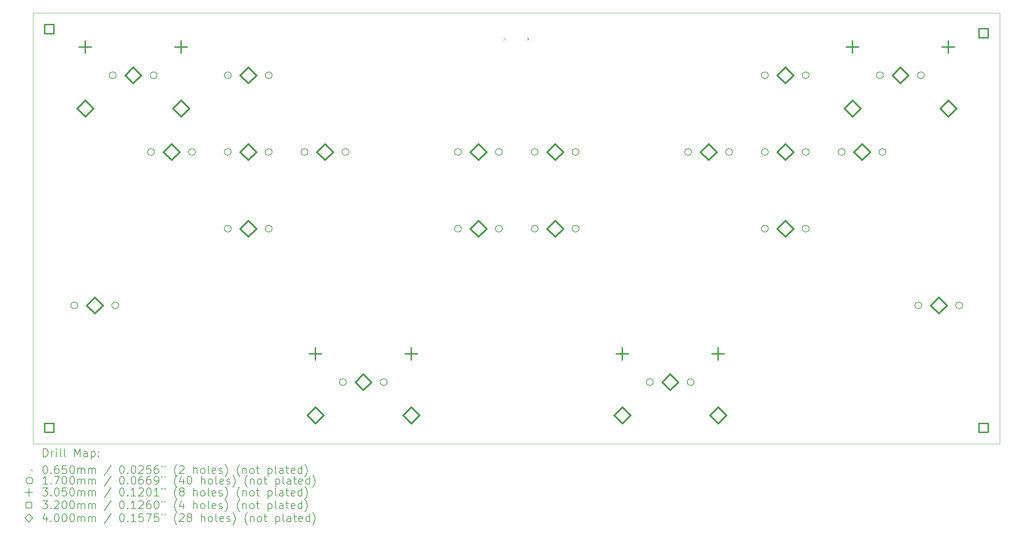
<source format=gbr>
%TF.GenerationSoftware,KiCad,Pcbnew,7.0.7*%
%TF.CreationDate,2023-10-04T19:01:13+09:00*%
%TF.ProjectId,Sixtar-Switch,53697874-6172-42d5-9377-697463682e6b,rev?*%
%TF.SameCoordinates,Original*%
%TF.FileFunction,Drillmap*%
%TF.FilePolarity,Positive*%
%FSLAX45Y45*%
G04 Gerber Fmt 4.5, Leading zero omitted, Abs format (unit mm)*
G04 Created by KiCad (PCBNEW 7.0.7) date 2023-10-04 19:01:13*
%MOMM*%
%LPD*%
G01*
G04 APERTURE LIST*
%ADD10C,0.100000*%
%ADD11C,0.200000*%
%ADD12C,0.065000*%
%ADD13C,0.170000*%
%ADD14C,0.305000*%
%ADD15C,0.320000*%
%ADD16C,0.400000*%
G04 APERTURE END LIST*
D10*
X25800000Y-12500000D02*
X1800000Y-12500000D01*
X1800000Y-12500000D02*
X1800000Y-1800000D01*
X25800000Y-1800000D02*
X25800000Y-12500000D01*
X1800000Y-1800000D02*
X25800000Y-1800000D01*
D11*
D12*
X13478500Y-2408000D02*
X13543500Y-2473000D01*
X13543500Y-2408000D02*
X13478500Y-2473000D01*
X14056500Y-2408000D02*
X14121500Y-2473000D01*
X14121500Y-2408000D02*
X14056500Y-2473000D01*
D13*
X2910125Y-9058188D02*
G75*
G03*
X2910125Y-9058188I-85000J0D01*
G01*
X3862625Y-3343187D02*
G75*
G03*
X3862625Y-3343187I-85000J0D01*
G01*
X3926125Y-9058188D02*
G75*
G03*
X3926125Y-9058188I-85000J0D01*
G01*
X4815125Y-5248188D02*
G75*
G03*
X4815125Y-5248188I-85000J0D01*
G01*
X4878625Y-3343187D02*
G75*
G03*
X4878625Y-3343187I-85000J0D01*
G01*
X5831125Y-5248188D02*
G75*
G03*
X5831125Y-5248188I-85000J0D01*
G01*
X6720125Y-3343187D02*
G75*
G03*
X6720125Y-3343187I-85000J0D01*
G01*
X6720125Y-5248188D02*
G75*
G03*
X6720125Y-5248188I-85000J0D01*
G01*
X6720125Y-7153187D02*
G75*
G03*
X6720125Y-7153187I-85000J0D01*
G01*
X7736125Y-3343187D02*
G75*
G03*
X7736125Y-3343187I-85000J0D01*
G01*
X7736125Y-5248188D02*
G75*
G03*
X7736125Y-5248188I-85000J0D01*
G01*
X7736125Y-7153187D02*
G75*
G03*
X7736125Y-7153187I-85000J0D01*
G01*
X8625125Y-5248188D02*
G75*
G03*
X8625125Y-5248188I-85000J0D01*
G01*
X9577625Y-10963188D02*
G75*
G03*
X9577625Y-10963188I-85000J0D01*
G01*
X9641125Y-5248188D02*
G75*
G03*
X9641125Y-5248188I-85000J0D01*
G01*
X10593625Y-10963188D02*
G75*
G03*
X10593625Y-10963188I-85000J0D01*
G01*
X12435125Y-5248188D02*
G75*
G03*
X12435125Y-5248188I-85000J0D01*
G01*
X12435125Y-7153187D02*
G75*
G03*
X12435125Y-7153187I-85000J0D01*
G01*
X13451125Y-5248188D02*
G75*
G03*
X13451125Y-5248188I-85000J0D01*
G01*
X13451125Y-7153187D02*
G75*
G03*
X13451125Y-7153187I-85000J0D01*
G01*
X14340125Y-5248188D02*
G75*
G03*
X14340125Y-5248188I-85000J0D01*
G01*
X14340125Y-7153187D02*
G75*
G03*
X14340125Y-7153187I-85000J0D01*
G01*
X15356125Y-5248188D02*
G75*
G03*
X15356125Y-5248188I-85000J0D01*
G01*
X15356125Y-7153187D02*
G75*
G03*
X15356125Y-7153187I-85000J0D01*
G01*
X17197625Y-10963188D02*
G75*
G03*
X17197625Y-10963188I-85000J0D01*
G01*
X18150125Y-5248188D02*
G75*
G03*
X18150125Y-5248188I-85000J0D01*
G01*
X18213625Y-10963188D02*
G75*
G03*
X18213625Y-10963188I-85000J0D01*
G01*
X19166125Y-5248188D02*
G75*
G03*
X19166125Y-5248188I-85000J0D01*
G01*
X20055125Y-3343187D02*
G75*
G03*
X20055125Y-3343187I-85000J0D01*
G01*
X20055125Y-5248188D02*
G75*
G03*
X20055125Y-5248188I-85000J0D01*
G01*
X20055125Y-7153187D02*
G75*
G03*
X20055125Y-7153187I-85000J0D01*
G01*
X21071125Y-3343187D02*
G75*
G03*
X21071125Y-3343187I-85000J0D01*
G01*
X21071125Y-5248188D02*
G75*
G03*
X21071125Y-5248188I-85000J0D01*
G01*
X21071125Y-7153187D02*
G75*
G03*
X21071125Y-7153187I-85000J0D01*
G01*
X21960125Y-5248188D02*
G75*
G03*
X21960125Y-5248188I-85000J0D01*
G01*
X22912625Y-3343187D02*
G75*
G03*
X22912625Y-3343187I-85000J0D01*
G01*
X22976125Y-5248188D02*
G75*
G03*
X22976125Y-5248188I-85000J0D01*
G01*
X23865125Y-9058188D02*
G75*
G03*
X23865125Y-9058188I-85000J0D01*
G01*
X23928625Y-3343187D02*
G75*
G03*
X23928625Y-3343187I-85000J0D01*
G01*
X24881125Y-9058188D02*
G75*
G03*
X24881125Y-9058188I-85000J0D01*
G01*
D14*
X3095625Y-2490688D02*
X3095625Y-2795688D01*
X2943125Y-2643188D02*
X3248125Y-2643188D01*
X5475625Y-2490688D02*
X5475625Y-2795688D01*
X5323125Y-2643188D02*
X5628125Y-2643188D01*
X8810625Y-10110688D02*
X8810625Y-10415688D01*
X8658125Y-10263188D02*
X8963125Y-10263188D01*
X11190625Y-10110688D02*
X11190625Y-10415688D01*
X11038125Y-10263188D02*
X11343125Y-10263188D01*
X16430625Y-10110688D02*
X16430625Y-10415688D01*
X16278125Y-10263188D02*
X16583125Y-10263188D01*
X18810625Y-10110688D02*
X18810625Y-10415688D01*
X18658125Y-10263188D02*
X18963125Y-10263188D01*
X22145625Y-2490688D02*
X22145625Y-2795688D01*
X21993125Y-2643188D02*
X22298125Y-2643188D01*
X24525625Y-2490688D02*
X24525625Y-2795688D01*
X24373125Y-2643188D02*
X24678125Y-2643188D01*
D15*
X2313138Y-2313138D02*
X2313138Y-2086862D01*
X2086862Y-2086862D01*
X2086862Y-2313138D01*
X2313138Y-2313138D01*
X2313138Y-12213138D02*
X2313138Y-11986862D01*
X2086862Y-11986862D01*
X2086862Y-12213138D01*
X2313138Y-12213138D01*
X25513138Y-2413138D02*
X25513138Y-2186862D01*
X25286862Y-2186862D01*
X25286862Y-2413138D01*
X25513138Y-2413138D01*
X25513138Y-12213138D02*
X25513138Y-11986862D01*
X25286862Y-11986862D01*
X25286862Y-12213138D01*
X25513138Y-12213138D01*
D16*
X3095625Y-4367188D02*
X3295625Y-4167187D01*
X3095625Y-3967187D01*
X2895625Y-4167187D01*
X3095625Y-4367188D01*
X3333125Y-9258188D02*
X3533125Y-9058188D01*
X3333125Y-8858188D01*
X3133125Y-9058188D01*
X3333125Y-9258188D01*
X4285625Y-3543187D02*
X4485625Y-3343187D01*
X4285625Y-3143187D01*
X4085625Y-3343187D01*
X4285625Y-3543187D01*
X5238125Y-5448188D02*
X5438125Y-5248188D01*
X5238125Y-5048188D01*
X5038125Y-5248188D01*
X5238125Y-5448188D01*
X5475625Y-4367188D02*
X5675625Y-4167187D01*
X5475625Y-3967187D01*
X5275625Y-4167187D01*
X5475625Y-4367188D01*
X7143125Y-3543187D02*
X7343125Y-3343187D01*
X7143125Y-3143187D01*
X6943125Y-3343187D01*
X7143125Y-3543187D01*
X7143125Y-5448188D02*
X7343125Y-5248188D01*
X7143125Y-5048188D01*
X6943125Y-5248188D01*
X7143125Y-5448188D01*
X7143125Y-7353187D02*
X7343125Y-7153187D01*
X7143125Y-6953187D01*
X6943125Y-7153187D01*
X7143125Y-7353187D01*
X8810625Y-11987187D02*
X9010625Y-11787187D01*
X8810625Y-11587187D01*
X8610625Y-11787187D01*
X8810625Y-11987187D01*
X9048125Y-5448188D02*
X9248125Y-5248188D01*
X9048125Y-5048188D01*
X8848125Y-5248188D01*
X9048125Y-5448188D01*
X10000625Y-11163188D02*
X10200625Y-10963188D01*
X10000625Y-10763188D01*
X9800625Y-10963188D01*
X10000625Y-11163188D01*
X11190625Y-11987187D02*
X11390625Y-11787187D01*
X11190625Y-11587187D01*
X10990625Y-11787187D01*
X11190625Y-11987187D01*
X12858125Y-5448188D02*
X13058125Y-5248188D01*
X12858125Y-5048188D01*
X12658125Y-5248188D01*
X12858125Y-5448188D01*
X12858125Y-7353187D02*
X13058125Y-7153187D01*
X12858125Y-6953187D01*
X12658125Y-7153187D01*
X12858125Y-7353187D01*
X14763125Y-5448188D02*
X14963125Y-5248188D01*
X14763125Y-5048188D01*
X14563125Y-5248188D01*
X14763125Y-5448188D01*
X14763125Y-7353187D02*
X14963125Y-7153187D01*
X14763125Y-6953187D01*
X14563125Y-7153187D01*
X14763125Y-7353187D01*
X16430625Y-11987187D02*
X16630625Y-11787187D01*
X16430625Y-11587187D01*
X16230625Y-11787187D01*
X16430625Y-11987187D01*
X17620625Y-11163188D02*
X17820625Y-10963188D01*
X17620625Y-10763188D01*
X17420625Y-10963188D01*
X17620625Y-11163188D01*
X18573125Y-5448188D02*
X18773125Y-5248188D01*
X18573125Y-5048188D01*
X18373125Y-5248188D01*
X18573125Y-5448188D01*
X18810625Y-11987187D02*
X19010625Y-11787187D01*
X18810625Y-11587187D01*
X18610625Y-11787187D01*
X18810625Y-11987187D01*
X20478125Y-3543187D02*
X20678125Y-3343187D01*
X20478125Y-3143187D01*
X20278125Y-3343187D01*
X20478125Y-3543187D01*
X20478125Y-5448188D02*
X20678125Y-5248188D01*
X20478125Y-5048188D01*
X20278125Y-5248188D01*
X20478125Y-5448188D01*
X20478125Y-7353187D02*
X20678125Y-7153187D01*
X20478125Y-6953187D01*
X20278125Y-7153187D01*
X20478125Y-7353187D01*
X22145625Y-4367188D02*
X22345625Y-4167187D01*
X22145625Y-3967187D01*
X21945625Y-4167187D01*
X22145625Y-4367188D01*
X22383125Y-5448188D02*
X22583125Y-5248188D01*
X22383125Y-5048188D01*
X22183125Y-5248188D01*
X22383125Y-5448188D01*
X23335625Y-3543187D02*
X23535625Y-3343187D01*
X23335625Y-3143187D01*
X23135625Y-3343187D01*
X23335625Y-3543187D01*
X24288125Y-9258188D02*
X24488125Y-9058188D01*
X24288125Y-8858188D01*
X24088125Y-9058188D01*
X24288125Y-9258188D01*
X24525625Y-4367188D02*
X24725625Y-4167187D01*
X24525625Y-3967187D01*
X24325625Y-4167187D01*
X24525625Y-4367188D01*
D11*
X2055777Y-12816484D02*
X2055777Y-12616484D01*
X2055777Y-12616484D02*
X2103396Y-12616484D01*
X2103396Y-12616484D02*
X2131967Y-12626008D01*
X2131967Y-12626008D02*
X2151015Y-12645055D01*
X2151015Y-12645055D02*
X2160539Y-12664103D01*
X2160539Y-12664103D02*
X2170063Y-12702198D01*
X2170063Y-12702198D02*
X2170063Y-12730769D01*
X2170063Y-12730769D02*
X2160539Y-12768865D01*
X2160539Y-12768865D02*
X2151015Y-12787912D01*
X2151015Y-12787912D02*
X2131967Y-12806960D01*
X2131967Y-12806960D02*
X2103396Y-12816484D01*
X2103396Y-12816484D02*
X2055777Y-12816484D01*
X2255777Y-12816484D02*
X2255777Y-12683150D01*
X2255777Y-12721246D02*
X2265301Y-12702198D01*
X2265301Y-12702198D02*
X2274824Y-12692674D01*
X2274824Y-12692674D02*
X2293872Y-12683150D01*
X2293872Y-12683150D02*
X2312920Y-12683150D01*
X2379586Y-12816484D02*
X2379586Y-12683150D01*
X2379586Y-12616484D02*
X2370063Y-12626008D01*
X2370063Y-12626008D02*
X2379586Y-12635531D01*
X2379586Y-12635531D02*
X2389110Y-12626008D01*
X2389110Y-12626008D02*
X2379586Y-12616484D01*
X2379586Y-12616484D02*
X2379586Y-12635531D01*
X2503396Y-12816484D02*
X2484348Y-12806960D01*
X2484348Y-12806960D02*
X2474824Y-12787912D01*
X2474824Y-12787912D02*
X2474824Y-12616484D01*
X2608158Y-12816484D02*
X2589110Y-12806960D01*
X2589110Y-12806960D02*
X2579586Y-12787912D01*
X2579586Y-12787912D02*
X2579586Y-12616484D01*
X2836729Y-12816484D02*
X2836729Y-12616484D01*
X2836729Y-12616484D02*
X2903396Y-12759341D01*
X2903396Y-12759341D02*
X2970062Y-12616484D01*
X2970062Y-12616484D02*
X2970062Y-12816484D01*
X3151015Y-12816484D02*
X3151015Y-12711722D01*
X3151015Y-12711722D02*
X3141491Y-12692674D01*
X3141491Y-12692674D02*
X3122443Y-12683150D01*
X3122443Y-12683150D02*
X3084348Y-12683150D01*
X3084348Y-12683150D02*
X3065301Y-12692674D01*
X3151015Y-12806960D02*
X3131967Y-12816484D01*
X3131967Y-12816484D02*
X3084348Y-12816484D01*
X3084348Y-12816484D02*
X3065301Y-12806960D01*
X3065301Y-12806960D02*
X3055777Y-12787912D01*
X3055777Y-12787912D02*
X3055777Y-12768865D01*
X3055777Y-12768865D02*
X3065301Y-12749817D01*
X3065301Y-12749817D02*
X3084348Y-12740293D01*
X3084348Y-12740293D02*
X3131967Y-12740293D01*
X3131967Y-12740293D02*
X3151015Y-12730769D01*
X3246253Y-12683150D02*
X3246253Y-12883150D01*
X3246253Y-12692674D02*
X3265301Y-12683150D01*
X3265301Y-12683150D02*
X3303396Y-12683150D01*
X3303396Y-12683150D02*
X3322443Y-12692674D01*
X3322443Y-12692674D02*
X3331967Y-12702198D01*
X3331967Y-12702198D02*
X3341491Y-12721246D01*
X3341491Y-12721246D02*
X3341491Y-12778388D01*
X3341491Y-12778388D02*
X3331967Y-12797436D01*
X3331967Y-12797436D02*
X3322443Y-12806960D01*
X3322443Y-12806960D02*
X3303396Y-12816484D01*
X3303396Y-12816484D02*
X3265301Y-12816484D01*
X3265301Y-12816484D02*
X3246253Y-12806960D01*
X3427205Y-12797436D02*
X3436729Y-12806960D01*
X3436729Y-12806960D02*
X3427205Y-12816484D01*
X3427205Y-12816484D02*
X3417682Y-12806960D01*
X3417682Y-12806960D02*
X3427205Y-12797436D01*
X3427205Y-12797436D02*
X3427205Y-12816484D01*
X3427205Y-12692674D02*
X3436729Y-12702198D01*
X3436729Y-12702198D02*
X3427205Y-12711722D01*
X3427205Y-12711722D02*
X3417682Y-12702198D01*
X3417682Y-12702198D02*
X3427205Y-12692674D01*
X3427205Y-12692674D02*
X3427205Y-12711722D01*
D12*
X1730000Y-13112500D02*
X1795000Y-13177500D01*
X1795000Y-13112500D02*
X1730000Y-13177500D01*
D11*
X2093872Y-13036484D02*
X2112920Y-13036484D01*
X2112920Y-13036484D02*
X2131967Y-13046008D01*
X2131967Y-13046008D02*
X2141491Y-13055531D01*
X2141491Y-13055531D02*
X2151015Y-13074579D01*
X2151015Y-13074579D02*
X2160539Y-13112674D01*
X2160539Y-13112674D02*
X2160539Y-13160293D01*
X2160539Y-13160293D02*
X2151015Y-13198388D01*
X2151015Y-13198388D02*
X2141491Y-13217436D01*
X2141491Y-13217436D02*
X2131967Y-13226960D01*
X2131967Y-13226960D02*
X2112920Y-13236484D01*
X2112920Y-13236484D02*
X2093872Y-13236484D01*
X2093872Y-13236484D02*
X2074824Y-13226960D01*
X2074824Y-13226960D02*
X2065301Y-13217436D01*
X2065301Y-13217436D02*
X2055777Y-13198388D01*
X2055777Y-13198388D02*
X2046253Y-13160293D01*
X2046253Y-13160293D02*
X2046253Y-13112674D01*
X2046253Y-13112674D02*
X2055777Y-13074579D01*
X2055777Y-13074579D02*
X2065301Y-13055531D01*
X2065301Y-13055531D02*
X2074824Y-13046008D01*
X2074824Y-13046008D02*
X2093872Y-13036484D01*
X2246253Y-13217436D02*
X2255777Y-13226960D01*
X2255777Y-13226960D02*
X2246253Y-13236484D01*
X2246253Y-13236484D02*
X2236729Y-13226960D01*
X2236729Y-13226960D02*
X2246253Y-13217436D01*
X2246253Y-13217436D02*
X2246253Y-13236484D01*
X2427205Y-13036484D02*
X2389110Y-13036484D01*
X2389110Y-13036484D02*
X2370063Y-13046008D01*
X2370063Y-13046008D02*
X2360539Y-13055531D01*
X2360539Y-13055531D02*
X2341491Y-13084103D01*
X2341491Y-13084103D02*
X2331967Y-13122198D01*
X2331967Y-13122198D02*
X2331967Y-13198388D01*
X2331967Y-13198388D02*
X2341491Y-13217436D01*
X2341491Y-13217436D02*
X2351015Y-13226960D01*
X2351015Y-13226960D02*
X2370063Y-13236484D01*
X2370063Y-13236484D02*
X2408158Y-13236484D01*
X2408158Y-13236484D02*
X2427205Y-13226960D01*
X2427205Y-13226960D02*
X2436729Y-13217436D01*
X2436729Y-13217436D02*
X2446253Y-13198388D01*
X2446253Y-13198388D02*
X2446253Y-13150769D01*
X2446253Y-13150769D02*
X2436729Y-13131722D01*
X2436729Y-13131722D02*
X2427205Y-13122198D01*
X2427205Y-13122198D02*
X2408158Y-13112674D01*
X2408158Y-13112674D02*
X2370063Y-13112674D01*
X2370063Y-13112674D02*
X2351015Y-13122198D01*
X2351015Y-13122198D02*
X2341491Y-13131722D01*
X2341491Y-13131722D02*
X2331967Y-13150769D01*
X2627205Y-13036484D02*
X2531967Y-13036484D01*
X2531967Y-13036484D02*
X2522444Y-13131722D01*
X2522444Y-13131722D02*
X2531967Y-13122198D01*
X2531967Y-13122198D02*
X2551015Y-13112674D01*
X2551015Y-13112674D02*
X2598634Y-13112674D01*
X2598634Y-13112674D02*
X2617682Y-13122198D01*
X2617682Y-13122198D02*
X2627205Y-13131722D01*
X2627205Y-13131722D02*
X2636729Y-13150769D01*
X2636729Y-13150769D02*
X2636729Y-13198388D01*
X2636729Y-13198388D02*
X2627205Y-13217436D01*
X2627205Y-13217436D02*
X2617682Y-13226960D01*
X2617682Y-13226960D02*
X2598634Y-13236484D01*
X2598634Y-13236484D02*
X2551015Y-13236484D01*
X2551015Y-13236484D02*
X2531967Y-13226960D01*
X2531967Y-13226960D02*
X2522444Y-13217436D01*
X2760539Y-13036484D02*
X2779586Y-13036484D01*
X2779586Y-13036484D02*
X2798634Y-13046008D01*
X2798634Y-13046008D02*
X2808158Y-13055531D01*
X2808158Y-13055531D02*
X2817682Y-13074579D01*
X2817682Y-13074579D02*
X2827205Y-13112674D01*
X2827205Y-13112674D02*
X2827205Y-13160293D01*
X2827205Y-13160293D02*
X2817682Y-13198388D01*
X2817682Y-13198388D02*
X2808158Y-13217436D01*
X2808158Y-13217436D02*
X2798634Y-13226960D01*
X2798634Y-13226960D02*
X2779586Y-13236484D01*
X2779586Y-13236484D02*
X2760539Y-13236484D01*
X2760539Y-13236484D02*
X2741491Y-13226960D01*
X2741491Y-13226960D02*
X2731967Y-13217436D01*
X2731967Y-13217436D02*
X2722444Y-13198388D01*
X2722444Y-13198388D02*
X2712920Y-13160293D01*
X2712920Y-13160293D02*
X2712920Y-13112674D01*
X2712920Y-13112674D02*
X2722444Y-13074579D01*
X2722444Y-13074579D02*
X2731967Y-13055531D01*
X2731967Y-13055531D02*
X2741491Y-13046008D01*
X2741491Y-13046008D02*
X2760539Y-13036484D01*
X2912920Y-13236484D02*
X2912920Y-13103150D01*
X2912920Y-13122198D02*
X2922443Y-13112674D01*
X2922443Y-13112674D02*
X2941491Y-13103150D01*
X2941491Y-13103150D02*
X2970063Y-13103150D01*
X2970063Y-13103150D02*
X2989110Y-13112674D01*
X2989110Y-13112674D02*
X2998634Y-13131722D01*
X2998634Y-13131722D02*
X2998634Y-13236484D01*
X2998634Y-13131722D02*
X3008158Y-13112674D01*
X3008158Y-13112674D02*
X3027205Y-13103150D01*
X3027205Y-13103150D02*
X3055777Y-13103150D01*
X3055777Y-13103150D02*
X3074824Y-13112674D01*
X3074824Y-13112674D02*
X3084348Y-13131722D01*
X3084348Y-13131722D02*
X3084348Y-13236484D01*
X3179586Y-13236484D02*
X3179586Y-13103150D01*
X3179586Y-13122198D02*
X3189110Y-13112674D01*
X3189110Y-13112674D02*
X3208158Y-13103150D01*
X3208158Y-13103150D02*
X3236729Y-13103150D01*
X3236729Y-13103150D02*
X3255777Y-13112674D01*
X3255777Y-13112674D02*
X3265301Y-13131722D01*
X3265301Y-13131722D02*
X3265301Y-13236484D01*
X3265301Y-13131722D02*
X3274824Y-13112674D01*
X3274824Y-13112674D02*
X3293872Y-13103150D01*
X3293872Y-13103150D02*
X3322443Y-13103150D01*
X3322443Y-13103150D02*
X3341491Y-13112674D01*
X3341491Y-13112674D02*
X3351015Y-13131722D01*
X3351015Y-13131722D02*
X3351015Y-13236484D01*
X3741491Y-13026960D02*
X3570063Y-13284103D01*
X3998634Y-13036484D02*
X4017682Y-13036484D01*
X4017682Y-13036484D02*
X4036729Y-13046008D01*
X4036729Y-13046008D02*
X4046253Y-13055531D01*
X4046253Y-13055531D02*
X4055777Y-13074579D01*
X4055777Y-13074579D02*
X4065301Y-13112674D01*
X4065301Y-13112674D02*
X4065301Y-13160293D01*
X4065301Y-13160293D02*
X4055777Y-13198388D01*
X4055777Y-13198388D02*
X4046253Y-13217436D01*
X4046253Y-13217436D02*
X4036729Y-13226960D01*
X4036729Y-13226960D02*
X4017682Y-13236484D01*
X4017682Y-13236484D02*
X3998634Y-13236484D01*
X3998634Y-13236484D02*
X3979586Y-13226960D01*
X3979586Y-13226960D02*
X3970063Y-13217436D01*
X3970063Y-13217436D02*
X3960539Y-13198388D01*
X3960539Y-13198388D02*
X3951015Y-13160293D01*
X3951015Y-13160293D02*
X3951015Y-13112674D01*
X3951015Y-13112674D02*
X3960539Y-13074579D01*
X3960539Y-13074579D02*
X3970063Y-13055531D01*
X3970063Y-13055531D02*
X3979586Y-13046008D01*
X3979586Y-13046008D02*
X3998634Y-13036484D01*
X4151015Y-13217436D02*
X4160539Y-13226960D01*
X4160539Y-13226960D02*
X4151015Y-13236484D01*
X4151015Y-13236484D02*
X4141491Y-13226960D01*
X4141491Y-13226960D02*
X4151015Y-13217436D01*
X4151015Y-13217436D02*
X4151015Y-13236484D01*
X4284348Y-13036484D02*
X4303396Y-13036484D01*
X4303396Y-13036484D02*
X4322444Y-13046008D01*
X4322444Y-13046008D02*
X4331968Y-13055531D01*
X4331968Y-13055531D02*
X4341491Y-13074579D01*
X4341491Y-13074579D02*
X4351015Y-13112674D01*
X4351015Y-13112674D02*
X4351015Y-13160293D01*
X4351015Y-13160293D02*
X4341491Y-13198388D01*
X4341491Y-13198388D02*
X4331968Y-13217436D01*
X4331968Y-13217436D02*
X4322444Y-13226960D01*
X4322444Y-13226960D02*
X4303396Y-13236484D01*
X4303396Y-13236484D02*
X4284348Y-13236484D01*
X4284348Y-13236484D02*
X4265301Y-13226960D01*
X4265301Y-13226960D02*
X4255777Y-13217436D01*
X4255777Y-13217436D02*
X4246253Y-13198388D01*
X4246253Y-13198388D02*
X4236729Y-13160293D01*
X4236729Y-13160293D02*
X4236729Y-13112674D01*
X4236729Y-13112674D02*
X4246253Y-13074579D01*
X4246253Y-13074579D02*
X4255777Y-13055531D01*
X4255777Y-13055531D02*
X4265301Y-13046008D01*
X4265301Y-13046008D02*
X4284348Y-13036484D01*
X4427206Y-13055531D02*
X4436729Y-13046008D01*
X4436729Y-13046008D02*
X4455777Y-13036484D01*
X4455777Y-13036484D02*
X4503396Y-13036484D01*
X4503396Y-13036484D02*
X4522444Y-13046008D01*
X4522444Y-13046008D02*
X4531968Y-13055531D01*
X4531968Y-13055531D02*
X4541491Y-13074579D01*
X4541491Y-13074579D02*
X4541491Y-13093627D01*
X4541491Y-13093627D02*
X4531968Y-13122198D01*
X4531968Y-13122198D02*
X4417682Y-13236484D01*
X4417682Y-13236484D02*
X4541491Y-13236484D01*
X4722444Y-13036484D02*
X4627206Y-13036484D01*
X4627206Y-13036484D02*
X4617682Y-13131722D01*
X4617682Y-13131722D02*
X4627206Y-13122198D01*
X4627206Y-13122198D02*
X4646253Y-13112674D01*
X4646253Y-13112674D02*
X4693872Y-13112674D01*
X4693872Y-13112674D02*
X4712920Y-13122198D01*
X4712920Y-13122198D02*
X4722444Y-13131722D01*
X4722444Y-13131722D02*
X4731968Y-13150769D01*
X4731968Y-13150769D02*
X4731968Y-13198388D01*
X4731968Y-13198388D02*
X4722444Y-13217436D01*
X4722444Y-13217436D02*
X4712920Y-13226960D01*
X4712920Y-13226960D02*
X4693872Y-13236484D01*
X4693872Y-13236484D02*
X4646253Y-13236484D01*
X4646253Y-13236484D02*
X4627206Y-13226960D01*
X4627206Y-13226960D02*
X4617682Y-13217436D01*
X4903396Y-13036484D02*
X4865301Y-13036484D01*
X4865301Y-13036484D02*
X4846253Y-13046008D01*
X4846253Y-13046008D02*
X4836729Y-13055531D01*
X4836729Y-13055531D02*
X4817682Y-13084103D01*
X4817682Y-13084103D02*
X4808158Y-13122198D01*
X4808158Y-13122198D02*
X4808158Y-13198388D01*
X4808158Y-13198388D02*
X4817682Y-13217436D01*
X4817682Y-13217436D02*
X4827206Y-13226960D01*
X4827206Y-13226960D02*
X4846253Y-13236484D01*
X4846253Y-13236484D02*
X4884349Y-13236484D01*
X4884349Y-13236484D02*
X4903396Y-13226960D01*
X4903396Y-13226960D02*
X4912920Y-13217436D01*
X4912920Y-13217436D02*
X4922444Y-13198388D01*
X4922444Y-13198388D02*
X4922444Y-13150769D01*
X4922444Y-13150769D02*
X4912920Y-13131722D01*
X4912920Y-13131722D02*
X4903396Y-13122198D01*
X4903396Y-13122198D02*
X4884349Y-13112674D01*
X4884349Y-13112674D02*
X4846253Y-13112674D01*
X4846253Y-13112674D02*
X4827206Y-13122198D01*
X4827206Y-13122198D02*
X4817682Y-13131722D01*
X4817682Y-13131722D02*
X4808158Y-13150769D01*
X4998634Y-13036484D02*
X4998634Y-13074579D01*
X5074825Y-13036484D02*
X5074825Y-13074579D01*
X5370063Y-13312674D02*
X5360539Y-13303150D01*
X5360539Y-13303150D02*
X5341491Y-13274579D01*
X5341491Y-13274579D02*
X5331968Y-13255531D01*
X5331968Y-13255531D02*
X5322444Y-13226960D01*
X5322444Y-13226960D02*
X5312920Y-13179341D01*
X5312920Y-13179341D02*
X5312920Y-13141246D01*
X5312920Y-13141246D02*
X5322444Y-13093627D01*
X5322444Y-13093627D02*
X5331968Y-13065055D01*
X5331968Y-13065055D02*
X5341491Y-13046008D01*
X5341491Y-13046008D02*
X5360539Y-13017436D01*
X5360539Y-13017436D02*
X5370063Y-13007912D01*
X5436730Y-13055531D02*
X5446253Y-13046008D01*
X5446253Y-13046008D02*
X5465301Y-13036484D01*
X5465301Y-13036484D02*
X5512920Y-13036484D01*
X5512920Y-13036484D02*
X5531968Y-13046008D01*
X5531968Y-13046008D02*
X5541491Y-13055531D01*
X5541491Y-13055531D02*
X5551015Y-13074579D01*
X5551015Y-13074579D02*
X5551015Y-13093627D01*
X5551015Y-13093627D02*
X5541491Y-13122198D01*
X5541491Y-13122198D02*
X5427206Y-13236484D01*
X5427206Y-13236484D02*
X5551015Y-13236484D01*
X5789110Y-13236484D02*
X5789110Y-13036484D01*
X5874825Y-13236484D02*
X5874825Y-13131722D01*
X5874825Y-13131722D02*
X5865301Y-13112674D01*
X5865301Y-13112674D02*
X5846253Y-13103150D01*
X5846253Y-13103150D02*
X5817682Y-13103150D01*
X5817682Y-13103150D02*
X5798634Y-13112674D01*
X5798634Y-13112674D02*
X5789110Y-13122198D01*
X5998634Y-13236484D02*
X5979587Y-13226960D01*
X5979587Y-13226960D02*
X5970063Y-13217436D01*
X5970063Y-13217436D02*
X5960539Y-13198388D01*
X5960539Y-13198388D02*
X5960539Y-13141246D01*
X5960539Y-13141246D02*
X5970063Y-13122198D01*
X5970063Y-13122198D02*
X5979587Y-13112674D01*
X5979587Y-13112674D02*
X5998634Y-13103150D01*
X5998634Y-13103150D02*
X6027206Y-13103150D01*
X6027206Y-13103150D02*
X6046253Y-13112674D01*
X6046253Y-13112674D02*
X6055777Y-13122198D01*
X6055777Y-13122198D02*
X6065301Y-13141246D01*
X6065301Y-13141246D02*
X6065301Y-13198388D01*
X6065301Y-13198388D02*
X6055777Y-13217436D01*
X6055777Y-13217436D02*
X6046253Y-13226960D01*
X6046253Y-13226960D02*
X6027206Y-13236484D01*
X6027206Y-13236484D02*
X5998634Y-13236484D01*
X6179587Y-13236484D02*
X6160539Y-13226960D01*
X6160539Y-13226960D02*
X6151015Y-13207912D01*
X6151015Y-13207912D02*
X6151015Y-13036484D01*
X6331968Y-13226960D02*
X6312920Y-13236484D01*
X6312920Y-13236484D02*
X6274825Y-13236484D01*
X6274825Y-13236484D02*
X6255777Y-13226960D01*
X6255777Y-13226960D02*
X6246253Y-13207912D01*
X6246253Y-13207912D02*
X6246253Y-13131722D01*
X6246253Y-13131722D02*
X6255777Y-13112674D01*
X6255777Y-13112674D02*
X6274825Y-13103150D01*
X6274825Y-13103150D02*
X6312920Y-13103150D01*
X6312920Y-13103150D02*
X6331968Y-13112674D01*
X6331968Y-13112674D02*
X6341491Y-13131722D01*
X6341491Y-13131722D02*
X6341491Y-13150769D01*
X6341491Y-13150769D02*
X6246253Y-13169817D01*
X6417682Y-13226960D02*
X6436730Y-13236484D01*
X6436730Y-13236484D02*
X6474825Y-13236484D01*
X6474825Y-13236484D02*
X6493872Y-13226960D01*
X6493872Y-13226960D02*
X6503396Y-13207912D01*
X6503396Y-13207912D02*
X6503396Y-13198388D01*
X6503396Y-13198388D02*
X6493872Y-13179341D01*
X6493872Y-13179341D02*
X6474825Y-13169817D01*
X6474825Y-13169817D02*
X6446253Y-13169817D01*
X6446253Y-13169817D02*
X6427206Y-13160293D01*
X6427206Y-13160293D02*
X6417682Y-13141246D01*
X6417682Y-13141246D02*
X6417682Y-13131722D01*
X6417682Y-13131722D02*
X6427206Y-13112674D01*
X6427206Y-13112674D02*
X6446253Y-13103150D01*
X6446253Y-13103150D02*
X6474825Y-13103150D01*
X6474825Y-13103150D02*
X6493872Y-13112674D01*
X6570063Y-13312674D02*
X6579587Y-13303150D01*
X6579587Y-13303150D02*
X6598634Y-13274579D01*
X6598634Y-13274579D02*
X6608158Y-13255531D01*
X6608158Y-13255531D02*
X6617682Y-13226960D01*
X6617682Y-13226960D02*
X6627206Y-13179341D01*
X6627206Y-13179341D02*
X6627206Y-13141246D01*
X6627206Y-13141246D02*
X6617682Y-13093627D01*
X6617682Y-13093627D02*
X6608158Y-13065055D01*
X6608158Y-13065055D02*
X6598634Y-13046008D01*
X6598634Y-13046008D02*
X6579587Y-13017436D01*
X6579587Y-13017436D02*
X6570063Y-13007912D01*
X6931968Y-13312674D02*
X6922444Y-13303150D01*
X6922444Y-13303150D02*
X6903396Y-13274579D01*
X6903396Y-13274579D02*
X6893872Y-13255531D01*
X6893872Y-13255531D02*
X6884349Y-13226960D01*
X6884349Y-13226960D02*
X6874825Y-13179341D01*
X6874825Y-13179341D02*
X6874825Y-13141246D01*
X6874825Y-13141246D02*
X6884349Y-13093627D01*
X6884349Y-13093627D02*
X6893872Y-13065055D01*
X6893872Y-13065055D02*
X6903396Y-13046008D01*
X6903396Y-13046008D02*
X6922444Y-13017436D01*
X6922444Y-13017436D02*
X6931968Y-13007912D01*
X7008158Y-13103150D02*
X7008158Y-13236484D01*
X7008158Y-13122198D02*
X7017682Y-13112674D01*
X7017682Y-13112674D02*
X7036730Y-13103150D01*
X7036730Y-13103150D02*
X7065301Y-13103150D01*
X7065301Y-13103150D02*
X7084349Y-13112674D01*
X7084349Y-13112674D02*
X7093872Y-13131722D01*
X7093872Y-13131722D02*
X7093872Y-13236484D01*
X7217682Y-13236484D02*
X7198634Y-13226960D01*
X7198634Y-13226960D02*
X7189111Y-13217436D01*
X7189111Y-13217436D02*
X7179587Y-13198388D01*
X7179587Y-13198388D02*
X7179587Y-13141246D01*
X7179587Y-13141246D02*
X7189111Y-13122198D01*
X7189111Y-13122198D02*
X7198634Y-13112674D01*
X7198634Y-13112674D02*
X7217682Y-13103150D01*
X7217682Y-13103150D02*
X7246253Y-13103150D01*
X7246253Y-13103150D02*
X7265301Y-13112674D01*
X7265301Y-13112674D02*
X7274825Y-13122198D01*
X7274825Y-13122198D02*
X7284349Y-13141246D01*
X7284349Y-13141246D02*
X7284349Y-13198388D01*
X7284349Y-13198388D02*
X7274825Y-13217436D01*
X7274825Y-13217436D02*
X7265301Y-13226960D01*
X7265301Y-13226960D02*
X7246253Y-13236484D01*
X7246253Y-13236484D02*
X7217682Y-13236484D01*
X7341492Y-13103150D02*
X7417682Y-13103150D01*
X7370063Y-13036484D02*
X7370063Y-13207912D01*
X7370063Y-13207912D02*
X7379587Y-13226960D01*
X7379587Y-13226960D02*
X7398634Y-13236484D01*
X7398634Y-13236484D02*
X7417682Y-13236484D01*
X7636730Y-13103150D02*
X7636730Y-13303150D01*
X7636730Y-13112674D02*
X7655777Y-13103150D01*
X7655777Y-13103150D02*
X7693873Y-13103150D01*
X7693873Y-13103150D02*
X7712920Y-13112674D01*
X7712920Y-13112674D02*
X7722444Y-13122198D01*
X7722444Y-13122198D02*
X7731968Y-13141246D01*
X7731968Y-13141246D02*
X7731968Y-13198388D01*
X7731968Y-13198388D02*
X7722444Y-13217436D01*
X7722444Y-13217436D02*
X7712920Y-13226960D01*
X7712920Y-13226960D02*
X7693873Y-13236484D01*
X7693873Y-13236484D02*
X7655777Y-13236484D01*
X7655777Y-13236484D02*
X7636730Y-13226960D01*
X7846253Y-13236484D02*
X7827206Y-13226960D01*
X7827206Y-13226960D02*
X7817682Y-13207912D01*
X7817682Y-13207912D02*
X7817682Y-13036484D01*
X8008158Y-13236484D02*
X8008158Y-13131722D01*
X8008158Y-13131722D02*
X7998634Y-13112674D01*
X7998634Y-13112674D02*
X7979587Y-13103150D01*
X7979587Y-13103150D02*
X7941492Y-13103150D01*
X7941492Y-13103150D02*
X7922444Y-13112674D01*
X8008158Y-13226960D02*
X7989111Y-13236484D01*
X7989111Y-13236484D02*
X7941492Y-13236484D01*
X7941492Y-13236484D02*
X7922444Y-13226960D01*
X7922444Y-13226960D02*
X7912920Y-13207912D01*
X7912920Y-13207912D02*
X7912920Y-13188865D01*
X7912920Y-13188865D02*
X7922444Y-13169817D01*
X7922444Y-13169817D02*
X7941492Y-13160293D01*
X7941492Y-13160293D02*
X7989111Y-13160293D01*
X7989111Y-13160293D02*
X8008158Y-13150769D01*
X8074825Y-13103150D02*
X8151015Y-13103150D01*
X8103396Y-13036484D02*
X8103396Y-13207912D01*
X8103396Y-13207912D02*
X8112920Y-13226960D01*
X8112920Y-13226960D02*
X8131968Y-13236484D01*
X8131968Y-13236484D02*
X8151015Y-13236484D01*
X8293873Y-13226960D02*
X8274825Y-13236484D01*
X8274825Y-13236484D02*
X8236730Y-13236484D01*
X8236730Y-13236484D02*
X8217682Y-13226960D01*
X8217682Y-13226960D02*
X8208158Y-13207912D01*
X8208158Y-13207912D02*
X8208158Y-13131722D01*
X8208158Y-13131722D02*
X8217682Y-13112674D01*
X8217682Y-13112674D02*
X8236730Y-13103150D01*
X8236730Y-13103150D02*
X8274825Y-13103150D01*
X8274825Y-13103150D02*
X8293873Y-13112674D01*
X8293873Y-13112674D02*
X8303396Y-13131722D01*
X8303396Y-13131722D02*
X8303396Y-13150769D01*
X8303396Y-13150769D02*
X8208158Y-13169817D01*
X8474825Y-13236484D02*
X8474825Y-13036484D01*
X8474825Y-13226960D02*
X8455777Y-13236484D01*
X8455777Y-13236484D02*
X8417682Y-13236484D01*
X8417682Y-13236484D02*
X8398635Y-13226960D01*
X8398635Y-13226960D02*
X8389111Y-13217436D01*
X8389111Y-13217436D02*
X8379587Y-13198388D01*
X8379587Y-13198388D02*
X8379587Y-13141246D01*
X8379587Y-13141246D02*
X8389111Y-13122198D01*
X8389111Y-13122198D02*
X8398635Y-13112674D01*
X8398635Y-13112674D02*
X8417682Y-13103150D01*
X8417682Y-13103150D02*
X8455777Y-13103150D01*
X8455777Y-13103150D02*
X8474825Y-13112674D01*
X8551016Y-13312674D02*
X8560539Y-13303150D01*
X8560539Y-13303150D02*
X8579587Y-13274579D01*
X8579587Y-13274579D02*
X8589111Y-13255531D01*
X8589111Y-13255531D02*
X8598635Y-13226960D01*
X8598635Y-13226960D02*
X8608158Y-13179341D01*
X8608158Y-13179341D02*
X8608158Y-13141246D01*
X8608158Y-13141246D02*
X8598635Y-13093627D01*
X8598635Y-13093627D02*
X8589111Y-13065055D01*
X8589111Y-13065055D02*
X8579587Y-13046008D01*
X8579587Y-13046008D02*
X8560539Y-13017436D01*
X8560539Y-13017436D02*
X8551016Y-13007912D01*
D13*
X1795000Y-13409000D02*
G75*
G03*
X1795000Y-13409000I-85000J0D01*
G01*
D11*
X2160539Y-13500484D02*
X2046253Y-13500484D01*
X2103396Y-13500484D02*
X2103396Y-13300484D01*
X2103396Y-13300484D02*
X2084348Y-13329055D01*
X2084348Y-13329055D02*
X2065301Y-13348103D01*
X2065301Y-13348103D02*
X2046253Y-13357627D01*
X2246253Y-13481436D02*
X2255777Y-13490960D01*
X2255777Y-13490960D02*
X2246253Y-13500484D01*
X2246253Y-13500484D02*
X2236729Y-13490960D01*
X2236729Y-13490960D02*
X2246253Y-13481436D01*
X2246253Y-13481436D02*
X2246253Y-13500484D01*
X2322444Y-13300484D02*
X2455777Y-13300484D01*
X2455777Y-13300484D02*
X2370063Y-13500484D01*
X2570063Y-13300484D02*
X2589110Y-13300484D01*
X2589110Y-13300484D02*
X2608158Y-13310008D01*
X2608158Y-13310008D02*
X2617682Y-13319531D01*
X2617682Y-13319531D02*
X2627205Y-13338579D01*
X2627205Y-13338579D02*
X2636729Y-13376674D01*
X2636729Y-13376674D02*
X2636729Y-13424293D01*
X2636729Y-13424293D02*
X2627205Y-13462388D01*
X2627205Y-13462388D02*
X2617682Y-13481436D01*
X2617682Y-13481436D02*
X2608158Y-13490960D01*
X2608158Y-13490960D02*
X2589110Y-13500484D01*
X2589110Y-13500484D02*
X2570063Y-13500484D01*
X2570063Y-13500484D02*
X2551015Y-13490960D01*
X2551015Y-13490960D02*
X2541491Y-13481436D01*
X2541491Y-13481436D02*
X2531967Y-13462388D01*
X2531967Y-13462388D02*
X2522444Y-13424293D01*
X2522444Y-13424293D02*
X2522444Y-13376674D01*
X2522444Y-13376674D02*
X2531967Y-13338579D01*
X2531967Y-13338579D02*
X2541491Y-13319531D01*
X2541491Y-13319531D02*
X2551015Y-13310008D01*
X2551015Y-13310008D02*
X2570063Y-13300484D01*
X2760539Y-13300484D02*
X2779586Y-13300484D01*
X2779586Y-13300484D02*
X2798634Y-13310008D01*
X2798634Y-13310008D02*
X2808158Y-13319531D01*
X2808158Y-13319531D02*
X2817682Y-13338579D01*
X2817682Y-13338579D02*
X2827205Y-13376674D01*
X2827205Y-13376674D02*
X2827205Y-13424293D01*
X2827205Y-13424293D02*
X2817682Y-13462388D01*
X2817682Y-13462388D02*
X2808158Y-13481436D01*
X2808158Y-13481436D02*
X2798634Y-13490960D01*
X2798634Y-13490960D02*
X2779586Y-13500484D01*
X2779586Y-13500484D02*
X2760539Y-13500484D01*
X2760539Y-13500484D02*
X2741491Y-13490960D01*
X2741491Y-13490960D02*
X2731967Y-13481436D01*
X2731967Y-13481436D02*
X2722444Y-13462388D01*
X2722444Y-13462388D02*
X2712920Y-13424293D01*
X2712920Y-13424293D02*
X2712920Y-13376674D01*
X2712920Y-13376674D02*
X2722444Y-13338579D01*
X2722444Y-13338579D02*
X2731967Y-13319531D01*
X2731967Y-13319531D02*
X2741491Y-13310008D01*
X2741491Y-13310008D02*
X2760539Y-13300484D01*
X2912920Y-13500484D02*
X2912920Y-13367150D01*
X2912920Y-13386198D02*
X2922443Y-13376674D01*
X2922443Y-13376674D02*
X2941491Y-13367150D01*
X2941491Y-13367150D02*
X2970063Y-13367150D01*
X2970063Y-13367150D02*
X2989110Y-13376674D01*
X2989110Y-13376674D02*
X2998634Y-13395722D01*
X2998634Y-13395722D02*
X2998634Y-13500484D01*
X2998634Y-13395722D02*
X3008158Y-13376674D01*
X3008158Y-13376674D02*
X3027205Y-13367150D01*
X3027205Y-13367150D02*
X3055777Y-13367150D01*
X3055777Y-13367150D02*
X3074824Y-13376674D01*
X3074824Y-13376674D02*
X3084348Y-13395722D01*
X3084348Y-13395722D02*
X3084348Y-13500484D01*
X3179586Y-13500484D02*
X3179586Y-13367150D01*
X3179586Y-13386198D02*
X3189110Y-13376674D01*
X3189110Y-13376674D02*
X3208158Y-13367150D01*
X3208158Y-13367150D02*
X3236729Y-13367150D01*
X3236729Y-13367150D02*
X3255777Y-13376674D01*
X3255777Y-13376674D02*
X3265301Y-13395722D01*
X3265301Y-13395722D02*
X3265301Y-13500484D01*
X3265301Y-13395722D02*
X3274824Y-13376674D01*
X3274824Y-13376674D02*
X3293872Y-13367150D01*
X3293872Y-13367150D02*
X3322443Y-13367150D01*
X3322443Y-13367150D02*
X3341491Y-13376674D01*
X3341491Y-13376674D02*
X3351015Y-13395722D01*
X3351015Y-13395722D02*
X3351015Y-13500484D01*
X3741491Y-13290960D02*
X3570063Y-13548103D01*
X3998634Y-13300484D02*
X4017682Y-13300484D01*
X4017682Y-13300484D02*
X4036729Y-13310008D01*
X4036729Y-13310008D02*
X4046253Y-13319531D01*
X4046253Y-13319531D02*
X4055777Y-13338579D01*
X4055777Y-13338579D02*
X4065301Y-13376674D01*
X4065301Y-13376674D02*
X4065301Y-13424293D01*
X4065301Y-13424293D02*
X4055777Y-13462388D01*
X4055777Y-13462388D02*
X4046253Y-13481436D01*
X4046253Y-13481436D02*
X4036729Y-13490960D01*
X4036729Y-13490960D02*
X4017682Y-13500484D01*
X4017682Y-13500484D02*
X3998634Y-13500484D01*
X3998634Y-13500484D02*
X3979586Y-13490960D01*
X3979586Y-13490960D02*
X3970063Y-13481436D01*
X3970063Y-13481436D02*
X3960539Y-13462388D01*
X3960539Y-13462388D02*
X3951015Y-13424293D01*
X3951015Y-13424293D02*
X3951015Y-13376674D01*
X3951015Y-13376674D02*
X3960539Y-13338579D01*
X3960539Y-13338579D02*
X3970063Y-13319531D01*
X3970063Y-13319531D02*
X3979586Y-13310008D01*
X3979586Y-13310008D02*
X3998634Y-13300484D01*
X4151015Y-13481436D02*
X4160539Y-13490960D01*
X4160539Y-13490960D02*
X4151015Y-13500484D01*
X4151015Y-13500484D02*
X4141491Y-13490960D01*
X4141491Y-13490960D02*
X4151015Y-13481436D01*
X4151015Y-13481436D02*
X4151015Y-13500484D01*
X4284348Y-13300484D02*
X4303396Y-13300484D01*
X4303396Y-13300484D02*
X4322444Y-13310008D01*
X4322444Y-13310008D02*
X4331968Y-13319531D01*
X4331968Y-13319531D02*
X4341491Y-13338579D01*
X4341491Y-13338579D02*
X4351015Y-13376674D01*
X4351015Y-13376674D02*
X4351015Y-13424293D01*
X4351015Y-13424293D02*
X4341491Y-13462388D01*
X4341491Y-13462388D02*
X4331968Y-13481436D01*
X4331968Y-13481436D02*
X4322444Y-13490960D01*
X4322444Y-13490960D02*
X4303396Y-13500484D01*
X4303396Y-13500484D02*
X4284348Y-13500484D01*
X4284348Y-13500484D02*
X4265301Y-13490960D01*
X4265301Y-13490960D02*
X4255777Y-13481436D01*
X4255777Y-13481436D02*
X4246253Y-13462388D01*
X4246253Y-13462388D02*
X4236729Y-13424293D01*
X4236729Y-13424293D02*
X4236729Y-13376674D01*
X4236729Y-13376674D02*
X4246253Y-13338579D01*
X4246253Y-13338579D02*
X4255777Y-13319531D01*
X4255777Y-13319531D02*
X4265301Y-13310008D01*
X4265301Y-13310008D02*
X4284348Y-13300484D01*
X4522444Y-13300484D02*
X4484348Y-13300484D01*
X4484348Y-13300484D02*
X4465301Y-13310008D01*
X4465301Y-13310008D02*
X4455777Y-13319531D01*
X4455777Y-13319531D02*
X4436729Y-13348103D01*
X4436729Y-13348103D02*
X4427206Y-13386198D01*
X4427206Y-13386198D02*
X4427206Y-13462388D01*
X4427206Y-13462388D02*
X4436729Y-13481436D01*
X4436729Y-13481436D02*
X4446253Y-13490960D01*
X4446253Y-13490960D02*
X4465301Y-13500484D01*
X4465301Y-13500484D02*
X4503396Y-13500484D01*
X4503396Y-13500484D02*
X4522444Y-13490960D01*
X4522444Y-13490960D02*
X4531968Y-13481436D01*
X4531968Y-13481436D02*
X4541491Y-13462388D01*
X4541491Y-13462388D02*
X4541491Y-13414769D01*
X4541491Y-13414769D02*
X4531968Y-13395722D01*
X4531968Y-13395722D02*
X4522444Y-13386198D01*
X4522444Y-13386198D02*
X4503396Y-13376674D01*
X4503396Y-13376674D02*
X4465301Y-13376674D01*
X4465301Y-13376674D02*
X4446253Y-13386198D01*
X4446253Y-13386198D02*
X4436729Y-13395722D01*
X4436729Y-13395722D02*
X4427206Y-13414769D01*
X4712920Y-13300484D02*
X4674825Y-13300484D01*
X4674825Y-13300484D02*
X4655777Y-13310008D01*
X4655777Y-13310008D02*
X4646253Y-13319531D01*
X4646253Y-13319531D02*
X4627206Y-13348103D01*
X4627206Y-13348103D02*
X4617682Y-13386198D01*
X4617682Y-13386198D02*
X4617682Y-13462388D01*
X4617682Y-13462388D02*
X4627206Y-13481436D01*
X4627206Y-13481436D02*
X4636729Y-13490960D01*
X4636729Y-13490960D02*
X4655777Y-13500484D01*
X4655777Y-13500484D02*
X4693872Y-13500484D01*
X4693872Y-13500484D02*
X4712920Y-13490960D01*
X4712920Y-13490960D02*
X4722444Y-13481436D01*
X4722444Y-13481436D02*
X4731968Y-13462388D01*
X4731968Y-13462388D02*
X4731968Y-13414769D01*
X4731968Y-13414769D02*
X4722444Y-13395722D01*
X4722444Y-13395722D02*
X4712920Y-13386198D01*
X4712920Y-13386198D02*
X4693872Y-13376674D01*
X4693872Y-13376674D02*
X4655777Y-13376674D01*
X4655777Y-13376674D02*
X4636729Y-13386198D01*
X4636729Y-13386198D02*
X4627206Y-13395722D01*
X4627206Y-13395722D02*
X4617682Y-13414769D01*
X4827206Y-13500484D02*
X4865301Y-13500484D01*
X4865301Y-13500484D02*
X4884349Y-13490960D01*
X4884349Y-13490960D02*
X4893872Y-13481436D01*
X4893872Y-13481436D02*
X4912920Y-13452865D01*
X4912920Y-13452865D02*
X4922444Y-13414769D01*
X4922444Y-13414769D02*
X4922444Y-13338579D01*
X4922444Y-13338579D02*
X4912920Y-13319531D01*
X4912920Y-13319531D02*
X4903396Y-13310008D01*
X4903396Y-13310008D02*
X4884349Y-13300484D01*
X4884349Y-13300484D02*
X4846253Y-13300484D01*
X4846253Y-13300484D02*
X4827206Y-13310008D01*
X4827206Y-13310008D02*
X4817682Y-13319531D01*
X4817682Y-13319531D02*
X4808158Y-13338579D01*
X4808158Y-13338579D02*
X4808158Y-13386198D01*
X4808158Y-13386198D02*
X4817682Y-13405246D01*
X4817682Y-13405246D02*
X4827206Y-13414769D01*
X4827206Y-13414769D02*
X4846253Y-13424293D01*
X4846253Y-13424293D02*
X4884349Y-13424293D01*
X4884349Y-13424293D02*
X4903396Y-13414769D01*
X4903396Y-13414769D02*
X4912920Y-13405246D01*
X4912920Y-13405246D02*
X4922444Y-13386198D01*
X4998634Y-13300484D02*
X4998634Y-13338579D01*
X5074825Y-13300484D02*
X5074825Y-13338579D01*
X5370063Y-13576674D02*
X5360539Y-13567150D01*
X5360539Y-13567150D02*
X5341491Y-13538579D01*
X5341491Y-13538579D02*
X5331968Y-13519531D01*
X5331968Y-13519531D02*
X5322444Y-13490960D01*
X5322444Y-13490960D02*
X5312920Y-13443341D01*
X5312920Y-13443341D02*
X5312920Y-13405246D01*
X5312920Y-13405246D02*
X5322444Y-13357627D01*
X5322444Y-13357627D02*
X5331968Y-13329055D01*
X5331968Y-13329055D02*
X5341491Y-13310008D01*
X5341491Y-13310008D02*
X5360539Y-13281436D01*
X5360539Y-13281436D02*
X5370063Y-13271912D01*
X5531968Y-13367150D02*
X5531968Y-13500484D01*
X5484349Y-13290960D02*
X5436730Y-13433817D01*
X5436730Y-13433817D02*
X5560539Y-13433817D01*
X5674825Y-13300484D02*
X5693872Y-13300484D01*
X5693872Y-13300484D02*
X5712920Y-13310008D01*
X5712920Y-13310008D02*
X5722444Y-13319531D01*
X5722444Y-13319531D02*
X5731968Y-13338579D01*
X5731968Y-13338579D02*
X5741491Y-13376674D01*
X5741491Y-13376674D02*
X5741491Y-13424293D01*
X5741491Y-13424293D02*
X5731968Y-13462388D01*
X5731968Y-13462388D02*
X5722444Y-13481436D01*
X5722444Y-13481436D02*
X5712920Y-13490960D01*
X5712920Y-13490960D02*
X5693872Y-13500484D01*
X5693872Y-13500484D02*
X5674825Y-13500484D01*
X5674825Y-13500484D02*
X5655777Y-13490960D01*
X5655777Y-13490960D02*
X5646253Y-13481436D01*
X5646253Y-13481436D02*
X5636729Y-13462388D01*
X5636729Y-13462388D02*
X5627206Y-13424293D01*
X5627206Y-13424293D02*
X5627206Y-13376674D01*
X5627206Y-13376674D02*
X5636729Y-13338579D01*
X5636729Y-13338579D02*
X5646253Y-13319531D01*
X5646253Y-13319531D02*
X5655777Y-13310008D01*
X5655777Y-13310008D02*
X5674825Y-13300484D01*
X5979587Y-13500484D02*
X5979587Y-13300484D01*
X6065301Y-13500484D02*
X6065301Y-13395722D01*
X6065301Y-13395722D02*
X6055777Y-13376674D01*
X6055777Y-13376674D02*
X6036730Y-13367150D01*
X6036730Y-13367150D02*
X6008158Y-13367150D01*
X6008158Y-13367150D02*
X5989110Y-13376674D01*
X5989110Y-13376674D02*
X5979587Y-13386198D01*
X6189110Y-13500484D02*
X6170063Y-13490960D01*
X6170063Y-13490960D02*
X6160539Y-13481436D01*
X6160539Y-13481436D02*
X6151015Y-13462388D01*
X6151015Y-13462388D02*
X6151015Y-13405246D01*
X6151015Y-13405246D02*
X6160539Y-13386198D01*
X6160539Y-13386198D02*
X6170063Y-13376674D01*
X6170063Y-13376674D02*
X6189110Y-13367150D01*
X6189110Y-13367150D02*
X6217682Y-13367150D01*
X6217682Y-13367150D02*
X6236730Y-13376674D01*
X6236730Y-13376674D02*
X6246253Y-13386198D01*
X6246253Y-13386198D02*
X6255777Y-13405246D01*
X6255777Y-13405246D02*
X6255777Y-13462388D01*
X6255777Y-13462388D02*
X6246253Y-13481436D01*
X6246253Y-13481436D02*
X6236730Y-13490960D01*
X6236730Y-13490960D02*
X6217682Y-13500484D01*
X6217682Y-13500484D02*
X6189110Y-13500484D01*
X6370063Y-13500484D02*
X6351015Y-13490960D01*
X6351015Y-13490960D02*
X6341491Y-13471912D01*
X6341491Y-13471912D02*
X6341491Y-13300484D01*
X6522444Y-13490960D02*
X6503396Y-13500484D01*
X6503396Y-13500484D02*
X6465301Y-13500484D01*
X6465301Y-13500484D02*
X6446253Y-13490960D01*
X6446253Y-13490960D02*
X6436730Y-13471912D01*
X6436730Y-13471912D02*
X6436730Y-13395722D01*
X6436730Y-13395722D02*
X6446253Y-13376674D01*
X6446253Y-13376674D02*
X6465301Y-13367150D01*
X6465301Y-13367150D02*
X6503396Y-13367150D01*
X6503396Y-13367150D02*
X6522444Y-13376674D01*
X6522444Y-13376674D02*
X6531968Y-13395722D01*
X6531968Y-13395722D02*
X6531968Y-13414769D01*
X6531968Y-13414769D02*
X6436730Y-13433817D01*
X6608158Y-13490960D02*
X6627206Y-13500484D01*
X6627206Y-13500484D02*
X6665301Y-13500484D01*
X6665301Y-13500484D02*
X6684349Y-13490960D01*
X6684349Y-13490960D02*
X6693872Y-13471912D01*
X6693872Y-13471912D02*
X6693872Y-13462388D01*
X6693872Y-13462388D02*
X6684349Y-13443341D01*
X6684349Y-13443341D02*
X6665301Y-13433817D01*
X6665301Y-13433817D02*
X6636730Y-13433817D01*
X6636730Y-13433817D02*
X6617682Y-13424293D01*
X6617682Y-13424293D02*
X6608158Y-13405246D01*
X6608158Y-13405246D02*
X6608158Y-13395722D01*
X6608158Y-13395722D02*
X6617682Y-13376674D01*
X6617682Y-13376674D02*
X6636730Y-13367150D01*
X6636730Y-13367150D02*
X6665301Y-13367150D01*
X6665301Y-13367150D02*
X6684349Y-13376674D01*
X6760539Y-13576674D02*
X6770063Y-13567150D01*
X6770063Y-13567150D02*
X6789111Y-13538579D01*
X6789111Y-13538579D02*
X6798634Y-13519531D01*
X6798634Y-13519531D02*
X6808158Y-13490960D01*
X6808158Y-13490960D02*
X6817682Y-13443341D01*
X6817682Y-13443341D02*
X6817682Y-13405246D01*
X6817682Y-13405246D02*
X6808158Y-13357627D01*
X6808158Y-13357627D02*
X6798634Y-13329055D01*
X6798634Y-13329055D02*
X6789111Y-13310008D01*
X6789111Y-13310008D02*
X6770063Y-13281436D01*
X6770063Y-13281436D02*
X6760539Y-13271912D01*
X7122444Y-13576674D02*
X7112920Y-13567150D01*
X7112920Y-13567150D02*
X7093872Y-13538579D01*
X7093872Y-13538579D02*
X7084349Y-13519531D01*
X7084349Y-13519531D02*
X7074825Y-13490960D01*
X7074825Y-13490960D02*
X7065301Y-13443341D01*
X7065301Y-13443341D02*
X7065301Y-13405246D01*
X7065301Y-13405246D02*
X7074825Y-13357627D01*
X7074825Y-13357627D02*
X7084349Y-13329055D01*
X7084349Y-13329055D02*
X7093872Y-13310008D01*
X7093872Y-13310008D02*
X7112920Y-13281436D01*
X7112920Y-13281436D02*
X7122444Y-13271912D01*
X7198634Y-13367150D02*
X7198634Y-13500484D01*
X7198634Y-13386198D02*
X7208158Y-13376674D01*
X7208158Y-13376674D02*
X7227206Y-13367150D01*
X7227206Y-13367150D02*
X7255777Y-13367150D01*
X7255777Y-13367150D02*
X7274825Y-13376674D01*
X7274825Y-13376674D02*
X7284349Y-13395722D01*
X7284349Y-13395722D02*
X7284349Y-13500484D01*
X7408158Y-13500484D02*
X7389111Y-13490960D01*
X7389111Y-13490960D02*
X7379587Y-13481436D01*
X7379587Y-13481436D02*
X7370063Y-13462388D01*
X7370063Y-13462388D02*
X7370063Y-13405246D01*
X7370063Y-13405246D02*
X7379587Y-13386198D01*
X7379587Y-13386198D02*
X7389111Y-13376674D01*
X7389111Y-13376674D02*
X7408158Y-13367150D01*
X7408158Y-13367150D02*
X7436730Y-13367150D01*
X7436730Y-13367150D02*
X7455777Y-13376674D01*
X7455777Y-13376674D02*
X7465301Y-13386198D01*
X7465301Y-13386198D02*
X7474825Y-13405246D01*
X7474825Y-13405246D02*
X7474825Y-13462388D01*
X7474825Y-13462388D02*
X7465301Y-13481436D01*
X7465301Y-13481436D02*
X7455777Y-13490960D01*
X7455777Y-13490960D02*
X7436730Y-13500484D01*
X7436730Y-13500484D02*
X7408158Y-13500484D01*
X7531968Y-13367150D02*
X7608158Y-13367150D01*
X7560539Y-13300484D02*
X7560539Y-13471912D01*
X7560539Y-13471912D02*
X7570063Y-13490960D01*
X7570063Y-13490960D02*
X7589111Y-13500484D01*
X7589111Y-13500484D02*
X7608158Y-13500484D01*
X7827206Y-13367150D02*
X7827206Y-13567150D01*
X7827206Y-13376674D02*
X7846253Y-13367150D01*
X7846253Y-13367150D02*
X7884349Y-13367150D01*
X7884349Y-13367150D02*
X7903396Y-13376674D01*
X7903396Y-13376674D02*
X7912920Y-13386198D01*
X7912920Y-13386198D02*
X7922444Y-13405246D01*
X7922444Y-13405246D02*
X7922444Y-13462388D01*
X7922444Y-13462388D02*
X7912920Y-13481436D01*
X7912920Y-13481436D02*
X7903396Y-13490960D01*
X7903396Y-13490960D02*
X7884349Y-13500484D01*
X7884349Y-13500484D02*
X7846253Y-13500484D01*
X7846253Y-13500484D02*
X7827206Y-13490960D01*
X8036730Y-13500484D02*
X8017682Y-13490960D01*
X8017682Y-13490960D02*
X8008158Y-13471912D01*
X8008158Y-13471912D02*
X8008158Y-13300484D01*
X8198634Y-13500484D02*
X8198634Y-13395722D01*
X8198634Y-13395722D02*
X8189111Y-13376674D01*
X8189111Y-13376674D02*
X8170063Y-13367150D01*
X8170063Y-13367150D02*
X8131968Y-13367150D01*
X8131968Y-13367150D02*
X8112920Y-13376674D01*
X8198634Y-13490960D02*
X8179587Y-13500484D01*
X8179587Y-13500484D02*
X8131968Y-13500484D01*
X8131968Y-13500484D02*
X8112920Y-13490960D01*
X8112920Y-13490960D02*
X8103396Y-13471912D01*
X8103396Y-13471912D02*
X8103396Y-13452865D01*
X8103396Y-13452865D02*
X8112920Y-13433817D01*
X8112920Y-13433817D02*
X8131968Y-13424293D01*
X8131968Y-13424293D02*
X8179587Y-13424293D01*
X8179587Y-13424293D02*
X8198634Y-13414769D01*
X8265301Y-13367150D02*
X8341492Y-13367150D01*
X8293873Y-13300484D02*
X8293873Y-13471912D01*
X8293873Y-13471912D02*
X8303396Y-13490960D01*
X8303396Y-13490960D02*
X8322444Y-13500484D01*
X8322444Y-13500484D02*
X8341492Y-13500484D01*
X8484349Y-13490960D02*
X8465301Y-13500484D01*
X8465301Y-13500484D02*
X8427206Y-13500484D01*
X8427206Y-13500484D02*
X8408158Y-13490960D01*
X8408158Y-13490960D02*
X8398635Y-13471912D01*
X8398635Y-13471912D02*
X8398635Y-13395722D01*
X8398635Y-13395722D02*
X8408158Y-13376674D01*
X8408158Y-13376674D02*
X8427206Y-13367150D01*
X8427206Y-13367150D02*
X8465301Y-13367150D01*
X8465301Y-13367150D02*
X8484349Y-13376674D01*
X8484349Y-13376674D02*
X8493873Y-13395722D01*
X8493873Y-13395722D02*
X8493873Y-13414769D01*
X8493873Y-13414769D02*
X8398635Y-13433817D01*
X8665301Y-13500484D02*
X8665301Y-13300484D01*
X8665301Y-13490960D02*
X8646254Y-13500484D01*
X8646254Y-13500484D02*
X8608158Y-13500484D01*
X8608158Y-13500484D02*
X8589111Y-13490960D01*
X8589111Y-13490960D02*
X8579587Y-13481436D01*
X8579587Y-13481436D02*
X8570063Y-13462388D01*
X8570063Y-13462388D02*
X8570063Y-13405246D01*
X8570063Y-13405246D02*
X8579587Y-13386198D01*
X8579587Y-13386198D02*
X8589111Y-13376674D01*
X8589111Y-13376674D02*
X8608158Y-13367150D01*
X8608158Y-13367150D02*
X8646254Y-13367150D01*
X8646254Y-13367150D02*
X8665301Y-13376674D01*
X8741492Y-13576674D02*
X8751016Y-13567150D01*
X8751016Y-13567150D02*
X8770063Y-13538579D01*
X8770063Y-13538579D02*
X8779587Y-13519531D01*
X8779587Y-13519531D02*
X8789111Y-13490960D01*
X8789111Y-13490960D02*
X8798635Y-13443341D01*
X8798635Y-13443341D02*
X8798635Y-13405246D01*
X8798635Y-13405246D02*
X8789111Y-13357627D01*
X8789111Y-13357627D02*
X8779587Y-13329055D01*
X8779587Y-13329055D02*
X8770063Y-13310008D01*
X8770063Y-13310008D02*
X8751016Y-13281436D01*
X8751016Y-13281436D02*
X8741492Y-13271912D01*
X1695000Y-13599000D02*
X1695000Y-13799000D01*
X1595000Y-13699000D02*
X1795000Y-13699000D01*
X2036729Y-13590484D02*
X2160539Y-13590484D01*
X2160539Y-13590484D02*
X2093872Y-13666674D01*
X2093872Y-13666674D02*
X2122444Y-13666674D01*
X2122444Y-13666674D02*
X2141491Y-13676198D01*
X2141491Y-13676198D02*
X2151015Y-13685722D01*
X2151015Y-13685722D02*
X2160539Y-13704769D01*
X2160539Y-13704769D02*
X2160539Y-13752388D01*
X2160539Y-13752388D02*
X2151015Y-13771436D01*
X2151015Y-13771436D02*
X2141491Y-13780960D01*
X2141491Y-13780960D02*
X2122444Y-13790484D01*
X2122444Y-13790484D02*
X2065301Y-13790484D01*
X2065301Y-13790484D02*
X2046253Y-13780960D01*
X2046253Y-13780960D02*
X2036729Y-13771436D01*
X2246253Y-13771436D02*
X2255777Y-13780960D01*
X2255777Y-13780960D02*
X2246253Y-13790484D01*
X2246253Y-13790484D02*
X2236729Y-13780960D01*
X2236729Y-13780960D02*
X2246253Y-13771436D01*
X2246253Y-13771436D02*
X2246253Y-13790484D01*
X2379586Y-13590484D02*
X2398634Y-13590484D01*
X2398634Y-13590484D02*
X2417682Y-13600008D01*
X2417682Y-13600008D02*
X2427205Y-13609531D01*
X2427205Y-13609531D02*
X2436729Y-13628579D01*
X2436729Y-13628579D02*
X2446253Y-13666674D01*
X2446253Y-13666674D02*
X2446253Y-13714293D01*
X2446253Y-13714293D02*
X2436729Y-13752388D01*
X2436729Y-13752388D02*
X2427205Y-13771436D01*
X2427205Y-13771436D02*
X2417682Y-13780960D01*
X2417682Y-13780960D02*
X2398634Y-13790484D01*
X2398634Y-13790484D02*
X2379586Y-13790484D01*
X2379586Y-13790484D02*
X2360539Y-13780960D01*
X2360539Y-13780960D02*
X2351015Y-13771436D01*
X2351015Y-13771436D02*
X2341491Y-13752388D01*
X2341491Y-13752388D02*
X2331967Y-13714293D01*
X2331967Y-13714293D02*
X2331967Y-13666674D01*
X2331967Y-13666674D02*
X2341491Y-13628579D01*
X2341491Y-13628579D02*
X2351015Y-13609531D01*
X2351015Y-13609531D02*
X2360539Y-13600008D01*
X2360539Y-13600008D02*
X2379586Y-13590484D01*
X2627205Y-13590484D02*
X2531967Y-13590484D01*
X2531967Y-13590484D02*
X2522444Y-13685722D01*
X2522444Y-13685722D02*
X2531967Y-13676198D01*
X2531967Y-13676198D02*
X2551015Y-13666674D01*
X2551015Y-13666674D02*
X2598634Y-13666674D01*
X2598634Y-13666674D02*
X2617682Y-13676198D01*
X2617682Y-13676198D02*
X2627205Y-13685722D01*
X2627205Y-13685722D02*
X2636729Y-13704769D01*
X2636729Y-13704769D02*
X2636729Y-13752388D01*
X2636729Y-13752388D02*
X2627205Y-13771436D01*
X2627205Y-13771436D02*
X2617682Y-13780960D01*
X2617682Y-13780960D02*
X2598634Y-13790484D01*
X2598634Y-13790484D02*
X2551015Y-13790484D01*
X2551015Y-13790484D02*
X2531967Y-13780960D01*
X2531967Y-13780960D02*
X2522444Y-13771436D01*
X2760539Y-13590484D02*
X2779586Y-13590484D01*
X2779586Y-13590484D02*
X2798634Y-13600008D01*
X2798634Y-13600008D02*
X2808158Y-13609531D01*
X2808158Y-13609531D02*
X2817682Y-13628579D01*
X2817682Y-13628579D02*
X2827205Y-13666674D01*
X2827205Y-13666674D02*
X2827205Y-13714293D01*
X2827205Y-13714293D02*
X2817682Y-13752388D01*
X2817682Y-13752388D02*
X2808158Y-13771436D01*
X2808158Y-13771436D02*
X2798634Y-13780960D01*
X2798634Y-13780960D02*
X2779586Y-13790484D01*
X2779586Y-13790484D02*
X2760539Y-13790484D01*
X2760539Y-13790484D02*
X2741491Y-13780960D01*
X2741491Y-13780960D02*
X2731967Y-13771436D01*
X2731967Y-13771436D02*
X2722444Y-13752388D01*
X2722444Y-13752388D02*
X2712920Y-13714293D01*
X2712920Y-13714293D02*
X2712920Y-13666674D01*
X2712920Y-13666674D02*
X2722444Y-13628579D01*
X2722444Y-13628579D02*
X2731967Y-13609531D01*
X2731967Y-13609531D02*
X2741491Y-13600008D01*
X2741491Y-13600008D02*
X2760539Y-13590484D01*
X2912920Y-13790484D02*
X2912920Y-13657150D01*
X2912920Y-13676198D02*
X2922443Y-13666674D01*
X2922443Y-13666674D02*
X2941491Y-13657150D01*
X2941491Y-13657150D02*
X2970063Y-13657150D01*
X2970063Y-13657150D02*
X2989110Y-13666674D01*
X2989110Y-13666674D02*
X2998634Y-13685722D01*
X2998634Y-13685722D02*
X2998634Y-13790484D01*
X2998634Y-13685722D02*
X3008158Y-13666674D01*
X3008158Y-13666674D02*
X3027205Y-13657150D01*
X3027205Y-13657150D02*
X3055777Y-13657150D01*
X3055777Y-13657150D02*
X3074824Y-13666674D01*
X3074824Y-13666674D02*
X3084348Y-13685722D01*
X3084348Y-13685722D02*
X3084348Y-13790484D01*
X3179586Y-13790484D02*
X3179586Y-13657150D01*
X3179586Y-13676198D02*
X3189110Y-13666674D01*
X3189110Y-13666674D02*
X3208158Y-13657150D01*
X3208158Y-13657150D02*
X3236729Y-13657150D01*
X3236729Y-13657150D02*
X3255777Y-13666674D01*
X3255777Y-13666674D02*
X3265301Y-13685722D01*
X3265301Y-13685722D02*
X3265301Y-13790484D01*
X3265301Y-13685722D02*
X3274824Y-13666674D01*
X3274824Y-13666674D02*
X3293872Y-13657150D01*
X3293872Y-13657150D02*
X3322443Y-13657150D01*
X3322443Y-13657150D02*
X3341491Y-13666674D01*
X3341491Y-13666674D02*
X3351015Y-13685722D01*
X3351015Y-13685722D02*
X3351015Y-13790484D01*
X3741491Y-13580960D02*
X3570063Y-13838103D01*
X3998634Y-13590484D02*
X4017682Y-13590484D01*
X4017682Y-13590484D02*
X4036729Y-13600008D01*
X4036729Y-13600008D02*
X4046253Y-13609531D01*
X4046253Y-13609531D02*
X4055777Y-13628579D01*
X4055777Y-13628579D02*
X4065301Y-13666674D01*
X4065301Y-13666674D02*
X4065301Y-13714293D01*
X4065301Y-13714293D02*
X4055777Y-13752388D01*
X4055777Y-13752388D02*
X4046253Y-13771436D01*
X4046253Y-13771436D02*
X4036729Y-13780960D01*
X4036729Y-13780960D02*
X4017682Y-13790484D01*
X4017682Y-13790484D02*
X3998634Y-13790484D01*
X3998634Y-13790484D02*
X3979586Y-13780960D01*
X3979586Y-13780960D02*
X3970063Y-13771436D01*
X3970063Y-13771436D02*
X3960539Y-13752388D01*
X3960539Y-13752388D02*
X3951015Y-13714293D01*
X3951015Y-13714293D02*
X3951015Y-13666674D01*
X3951015Y-13666674D02*
X3960539Y-13628579D01*
X3960539Y-13628579D02*
X3970063Y-13609531D01*
X3970063Y-13609531D02*
X3979586Y-13600008D01*
X3979586Y-13600008D02*
X3998634Y-13590484D01*
X4151015Y-13771436D02*
X4160539Y-13780960D01*
X4160539Y-13780960D02*
X4151015Y-13790484D01*
X4151015Y-13790484D02*
X4141491Y-13780960D01*
X4141491Y-13780960D02*
X4151015Y-13771436D01*
X4151015Y-13771436D02*
X4151015Y-13790484D01*
X4351015Y-13790484D02*
X4236729Y-13790484D01*
X4293872Y-13790484D02*
X4293872Y-13590484D01*
X4293872Y-13590484D02*
X4274825Y-13619055D01*
X4274825Y-13619055D02*
X4255777Y-13638103D01*
X4255777Y-13638103D02*
X4236729Y-13647627D01*
X4427206Y-13609531D02*
X4436729Y-13600008D01*
X4436729Y-13600008D02*
X4455777Y-13590484D01*
X4455777Y-13590484D02*
X4503396Y-13590484D01*
X4503396Y-13590484D02*
X4522444Y-13600008D01*
X4522444Y-13600008D02*
X4531968Y-13609531D01*
X4531968Y-13609531D02*
X4541491Y-13628579D01*
X4541491Y-13628579D02*
X4541491Y-13647627D01*
X4541491Y-13647627D02*
X4531968Y-13676198D01*
X4531968Y-13676198D02*
X4417682Y-13790484D01*
X4417682Y-13790484D02*
X4541491Y-13790484D01*
X4665301Y-13590484D02*
X4684349Y-13590484D01*
X4684349Y-13590484D02*
X4703396Y-13600008D01*
X4703396Y-13600008D02*
X4712920Y-13609531D01*
X4712920Y-13609531D02*
X4722444Y-13628579D01*
X4722444Y-13628579D02*
X4731968Y-13666674D01*
X4731968Y-13666674D02*
X4731968Y-13714293D01*
X4731968Y-13714293D02*
X4722444Y-13752388D01*
X4722444Y-13752388D02*
X4712920Y-13771436D01*
X4712920Y-13771436D02*
X4703396Y-13780960D01*
X4703396Y-13780960D02*
X4684349Y-13790484D01*
X4684349Y-13790484D02*
X4665301Y-13790484D01*
X4665301Y-13790484D02*
X4646253Y-13780960D01*
X4646253Y-13780960D02*
X4636729Y-13771436D01*
X4636729Y-13771436D02*
X4627206Y-13752388D01*
X4627206Y-13752388D02*
X4617682Y-13714293D01*
X4617682Y-13714293D02*
X4617682Y-13666674D01*
X4617682Y-13666674D02*
X4627206Y-13628579D01*
X4627206Y-13628579D02*
X4636729Y-13609531D01*
X4636729Y-13609531D02*
X4646253Y-13600008D01*
X4646253Y-13600008D02*
X4665301Y-13590484D01*
X4922444Y-13790484D02*
X4808158Y-13790484D01*
X4865301Y-13790484D02*
X4865301Y-13590484D01*
X4865301Y-13590484D02*
X4846253Y-13619055D01*
X4846253Y-13619055D02*
X4827206Y-13638103D01*
X4827206Y-13638103D02*
X4808158Y-13647627D01*
X4998634Y-13590484D02*
X4998634Y-13628579D01*
X5074825Y-13590484D02*
X5074825Y-13628579D01*
X5370063Y-13866674D02*
X5360539Y-13857150D01*
X5360539Y-13857150D02*
X5341491Y-13828579D01*
X5341491Y-13828579D02*
X5331968Y-13809531D01*
X5331968Y-13809531D02*
X5322444Y-13780960D01*
X5322444Y-13780960D02*
X5312920Y-13733341D01*
X5312920Y-13733341D02*
X5312920Y-13695246D01*
X5312920Y-13695246D02*
X5322444Y-13647627D01*
X5322444Y-13647627D02*
X5331968Y-13619055D01*
X5331968Y-13619055D02*
X5341491Y-13600008D01*
X5341491Y-13600008D02*
X5360539Y-13571436D01*
X5360539Y-13571436D02*
X5370063Y-13561912D01*
X5474825Y-13676198D02*
X5455777Y-13666674D01*
X5455777Y-13666674D02*
X5446253Y-13657150D01*
X5446253Y-13657150D02*
X5436730Y-13638103D01*
X5436730Y-13638103D02*
X5436730Y-13628579D01*
X5436730Y-13628579D02*
X5446253Y-13609531D01*
X5446253Y-13609531D02*
X5455777Y-13600008D01*
X5455777Y-13600008D02*
X5474825Y-13590484D01*
X5474825Y-13590484D02*
X5512920Y-13590484D01*
X5512920Y-13590484D02*
X5531968Y-13600008D01*
X5531968Y-13600008D02*
X5541491Y-13609531D01*
X5541491Y-13609531D02*
X5551015Y-13628579D01*
X5551015Y-13628579D02*
X5551015Y-13638103D01*
X5551015Y-13638103D02*
X5541491Y-13657150D01*
X5541491Y-13657150D02*
X5531968Y-13666674D01*
X5531968Y-13666674D02*
X5512920Y-13676198D01*
X5512920Y-13676198D02*
X5474825Y-13676198D01*
X5474825Y-13676198D02*
X5455777Y-13685722D01*
X5455777Y-13685722D02*
X5446253Y-13695246D01*
X5446253Y-13695246D02*
X5436730Y-13714293D01*
X5436730Y-13714293D02*
X5436730Y-13752388D01*
X5436730Y-13752388D02*
X5446253Y-13771436D01*
X5446253Y-13771436D02*
X5455777Y-13780960D01*
X5455777Y-13780960D02*
X5474825Y-13790484D01*
X5474825Y-13790484D02*
X5512920Y-13790484D01*
X5512920Y-13790484D02*
X5531968Y-13780960D01*
X5531968Y-13780960D02*
X5541491Y-13771436D01*
X5541491Y-13771436D02*
X5551015Y-13752388D01*
X5551015Y-13752388D02*
X5551015Y-13714293D01*
X5551015Y-13714293D02*
X5541491Y-13695246D01*
X5541491Y-13695246D02*
X5531968Y-13685722D01*
X5531968Y-13685722D02*
X5512920Y-13676198D01*
X5789110Y-13790484D02*
X5789110Y-13590484D01*
X5874825Y-13790484D02*
X5874825Y-13685722D01*
X5874825Y-13685722D02*
X5865301Y-13666674D01*
X5865301Y-13666674D02*
X5846253Y-13657150D01*
X5846253Y-13657150D02*
X5817682Y-13657150D01*
X5817682Y-13657150D02*
X5798634Y-13666674D01*
X5798634Y-13666674D02*
X5789110Y-13676198D01*
X5998634Y-13790484D02*
X5979587Y-13780960D01*
X5979587Y-13780960D02*
X5970063Y-13771436D01*
X5970063Y-13771436D02*
X5960539Y-13752388D01*
X5960539Y-13752388D02*
X5960539Y-13695246D01*
X5960539Y-13695246D02*
X5970063Y-13676198D01*
X5970063Y-13676198D02*
X5979587Y-13666674D01*
X5979587Y-13666674D02*
X5998634Y-13657150D01*
X5998634Y-13657150D02*
X6027206Y-13657150D01*
X6027206Y-13657150D02*
X6046253Y-13666674D01*
X6046253Y-13666674D02*
X6055777Y-13676198D01*
X6055777Y-13676198D02*
X6065301Y-13695246D01*
X6065301Y-13695246D02*
X6065301Y-13752388D01*
X6065301Y-13752388D02*
X6055777Y-13771436D01*
X6055777Y-13771436D02*
X6046253Y-13780960D01*
X6046253Y-13780960D02*
X6027206Y-13790484D01*
X6027206Y-13790484D02*
X5998634Y-13790484D01*
X6179587Y-13790484D02*
X6160539Y-13780960D01*
X6160539Y-13780960D02*
X6151015Y-13761912D01*
X6151015Y-13761912D02*
X6151015Y-13590484D01*
X6331968Y-13780960D02*
X6312920Y-13790484D01*
X6312920Y-13790484D02*
X6274825Y-13790484D01*
X6274825Y-13790484D02*
X6255777Y-13780960D01*
X6255777Y-13780960D02*
X6246253Y-13761912D01*
X6246253Y-13761912D02*
X6246253Y-13685722D01*
X6246253Y-13685722D02*
X6255777Y-13666674D01*
X6255777Y-13666674D02*
X6274825Y-13657150D01*
X6274825Y-13657150D02*
X6312920Y-13657150D01*
X6312920Y-13657150D02*
X6331968Y-13666674D01*
X6331968Y-13666674D02*
X6341491Y-13685722D01*
X6341491Y-13685722D02*
X6341491Y-13704769D01*
X6341491Y-13704769D02*
X6246253Y-13723817D01*
X6417682Y-13780960D02*
X6436730Y-13790484D01*
X6436730Y-13790484D02*
X6474825Y-13790484D01*
X6474825Y-13790484D02*
X6493872Y-13780960D01*
X6493872Y-13780960D02*
X6503396Y-13761912D01*
X6503396Y-13761912D02*
X6503396Y-13752388D01*
X6503396Y-13752388D02*
X6493872Y-13733341D01*
X6493872Y-13733341D02*
X6474825Y-13723817D01*
X6474825Y-13723817D02*
X6446253Y-13723817D01*
X6446253Y-13723817D02*
X6427206Y-13714293D01*
X6427206Y-13714293D02*
X6417682Y-13695246D01*
X6417682Y-13695246D02*
X6417682Y-13685722D01*
X6417682Y-13685722D02*
X6427206Y-13666674D01*
X6427206Y-13666674D02*
X6446253Y-13657150D01*
X6446253Y-13657150D02*
X6474825Y-13657150D01*
X6474825Y-13657150D02*
X6493872Y-13666674D01*
X6570063Y-13866674D02*
X6579587Y-13857150D01*
X6579587Y-13857150D02*
X6598634Y-13828579D01*
X6598634Y-13828579D02*
X6608158Y-13809531D01*
X6608158Y-13809531D02*
X6617682Y-13780960D01*
X6617682Y-13780960D02*
X6627206Y-13733341D01*
X6627206Y-13733341D02*
X6627206Y-13695246D01*
X6627206Y-13695246D02*
X6617682Y-13647627D01*
X6617682Y-13647627D02*
X6608158Y-13619055D01*
X6608158Y-13619055D02*
X6598634Y-13600008D01*
X6598634Y-13600008D02*
X6579587Y-13571436D01*
X6579587Y-13571436D02*
X6570063Y-13561912D01*
X6931968Y-13866674D02*
X6922444Y-13857150D01*
X6922444Y-13857150D02*
X6903396Y-13828579D01*
X6903396Y-13828579D02*
X6893872Y-13809531D01*
X6893872Y-13809531D02*
X6884349Y-13780960D01*
X6884349Y-13780960D02*
X6874825Y-13733341D01*
X6874825Y-13733341D02*
X6874825Y-13695246D01*
X6874825Y-13695246D02*
X6884349Y-13647627D01*
X6884349Y-13647627D02*
X6893872Y-13619055D01*
X6893872Y-13619055D02*
X6903396Y-13600008D01*
X6903396Y-13600008D02*
X6922444Y-13571436D01*
X6922444Y-13571436D02*
X6931968Y-13561912D01*
X7008158Y-13657150D02*
X7008158Y-13790484D01*
X7008158Y-13676198D02*
X7017682Y-13666674D01*
X7017682Y-13666674D02*
X7036730Y-13657150D01*
X7036730Y-13657150D02*
X7065301Y-13657150D01*
X7065301Y-13657150D02*
X7084349Y-13666674D01*
X7084349Y-13666674D02*
X7093872Y-13685722D01*
X7093872Y-13685722D02*
X7093872Y-13790484D01*
X7217682Y-13790484D02*
X7198634Y-13780960D01*
X7198634Y-13780960D02*
X7189111Y-13771436D01*
X7189111Y-13771436D02*
X7179587Y-13752388D01*
X7179587Y-13752388D02*
X7179587Y-13695246D01*
X7179587Y-13695246D02*
X7189111Y-13676198D01*
X7189111Y-13676198D02*
X7198634Y-13666674D01*
X7198634Y-13666674D02*
X7217682Y-13657150D01*
X7217682Y-13657150D02*
X7246253Y-13657150D01*
X7246253Y-13657150D02*
X7265301Y-13666674D01*
X7265301Y-13666674D02*
X7274825Y-13676198D01*
X7274825Y-13676198D02*
X7284349Y-13695246D01*
X7284349Y-13695246D02*
X7284349Y-13752388D01*
X7284349Y-13752388D02*
X7274825Y-13771436D01*
X7274825Y-13771436D02*
X7265301Y-13780960D01*
X7265301Y-13780960D02*
X7246253Y-13790484D01*
X7246253Y-13790484D02*
X7217682Y-13790484D01*
X7341492Y-13657150D02*
X7417682Y-13657150D01*
X7370063Y-13590484D02*
X7370063Y-13761912D01*
X7370063Y-13761912D02*
X7379587Y-13780960D01*
X7379587Y-13780960D02*
X7398634Y-13790484D01*
X7398634Y-13790484D02*
X7417682Y-13790484D01*
X7636730Y-13657150D02*
X7636730Y-13857150D01*
X7636730Y-13666674D02*
X7655777Y-13657150D01*
X7655777Y-13657150D02*
X7693873Y-13657150D01*
X7693873Y-13657150D02*
X7712920Y-13666674D01*
X7712920Y-13666674D02*
X7722444Y-13676198D01*
X7722444Y-13676198D02*
X7731968Y-13695246D01*
X7731968Y-13695246D02*
X7731968Y-13752388D01*
X7731968Y-13752388D02*
X7722444Y-13771436D01*
X7722444Y-13771436D02*
X7712920Y-13780960D01*
X7712920Y-13780960D02*
X7693873Y-13790484D01*
X7693873Y-13790484D02*
X7655777Y-13790484D01*
X7655777Y-13790484D02*
X7636730Y-13780960D01*
X7846253Y-13790484D02*
X7827206Y-13780960D01*
X7827206Y-13780960D02*
X7817682Y-13761912D01*
X7817682Y-13761912D02*
X7817682Y-13590484D01*
X8008158Y-13790484D02*
X8008158Y-13685722D01*
X8008158Y-13685722D02*
X7998634Y-13666674D01*
X7998634Y-13666674D02*
X7979587Y-13657150D01*
X7979587Y-13657150D02*
X7941492Y-13657150D01*
X7941492Y-13657150D02*
X7922444Y-13666674D01*
X8008158Y-13780960D02*
X7989111Y-13790484D01*
X7989111Y-13790484D02*
X7941492Y-13790484D01*
X7941492Y-13790484D02*
X7922444Y-13780960D01*
X7922444Y-13780960D02*
X7912920Y-13761912D01*
X7912920Y-13761912D02*
X7912920Y-13742865D01*
X7912920Y-13742865D02*
X7922444Y-13723817D01*
X7922444Y-13723817D02*
X7941492Y-13714293D01*
X7941492Y-13714293D02*
X7989111Y-13714293D01*
X7989111Y-13714293D02*
X8008158Y-13704769D01*
X8074825Y-13657150D02*
X8151015Y-13657150D01*
X8103396Y-13590484D02*
X8103396Y-13761912D01*
X8103396Y-13761912D02*
X8112920Y-13780960D01*
X8112920Y-13780960D02*
X8131968Y-13790484D01*
X8131968Y-13790484D02*
X8151015Y-13790484D01*
X8293873Y-13780960D02*
X8274825Y-13790484D01*
X8274825Y-13790484D02*
X8236730Y-13790484D01*
X8236730Y-13790484D02*
X8217682Y-13780960D01*
X8217682Y-13780960D02*
X8208158Y-13761912D01*
X8208158Y-13761912D02*
X8208158Y-13685722D01*
X8208158Y-13685722D02*
X8217682Y-13666674D01*
X8217682Y-13666674D02*
X8236730Y-13657150D01*
X8236730Y-13657150D02*
X8274825Y-13657150D01*
X8274825Y-13657150D02*
X8293873Y-13666674D01*
X8293873Y-13666674D02*
X8303396Y-13685722D01*
X8303396Y-13685722D02*
X8303396Y-13704769D01*
X8303396Y-13704769D02*
X8208158Y-13723817D01*
X8474825Y-13790484D02*
X8474825Y-13590484D01*
X8474825Y-13780960D02*
X8455777Y-13790484D01*
X8455777Y-13790484D02*
X8417682Y-13790484D01*
X8417682Y-13790484D02*
X8398635Y-13780960D01*
X8398635Y-13780960D02*
X8389111Y-13771436D01*
X8389111Y-13771436D02*
X8379587Y-13752388D01*
X8379587Y-13752388D02*
X8379587Y-13695246D01*
X8379587Y-13695246D02*
X8389111Y-13676198D01*
X8389111Y-13676198D02*
X8398635Y-13666674D01*
X8398635Y-13666674D02*
X8417682Y-13657150D01*
X8417682Y-13657150D02*
X8455777Y-13657150D01*
X8455777Y-13657150D02*
X8474825Y-13666674D01*
X8551016Y-13866674D02*
X8560539Y-13857150D01*
X8560539Y-13857150D02*
X8579587Y-13828579D01*
X8579587Y-13828579D02*
X8589111Y-13809531D01*
X8589111Y-13809531D02*
X8598635Y-13780960D01*
X8598635Y-13780960D02*
X8608158Y-13733341D01*
X8608158Y-13733341D02*
X8608158Y-13695246D01*
X8608158Y-13695246D02*
X8598635Y-13647627D01*
X8598635Y-13647627D02*
X8589111Y-13619055D01*
X8589111Y-13619055D02*
X8579587Y-13600008D01*
X8579587Y-13600008D02*
X8560539Y-13571436D01*
X8560539Y-13571436D02*
X8551016Y-13561912D01*
X1765711Y-14089711D02*
X1765711Y-13948289D01*
X1624289Y-13948289D01*
X1624289Y-14089711D01*
X1765711Y-14089711D01*
X2036729Y-13910484D02*
X2160539Y-13910484D01*
X2160539Y-13910484D02*
X2093872Y-13986674D01*
X2093872Y-13986674D02*
X2122444Y-13986674D01*
X2122444Y-13986674D02*
X2141491Y-13996198D01*
X2141491Y-13996198D02*
X2151015Y-14005722D01*
X2151015Y-14005722D02*
X2160539Y-14024769D01*
X2160539Y-14024769D02*
X2160539Y-14072388D01*
X2160539Y-14072388D02*
X2151015Y-14091436D01*
X2151015Y-14091436D02*
X2141491Y-14100960D01*
X2141491Y-14100960D02*
X2122444Y-14110484D01*
X2122444Y-14110484D02*
X2065301Y-14110484D01*
X2065301Y-14110484D02*
X2046253Y-14100960D01*
X2046253Y-14100960D02*
X2036729Y-14091436D01*
X2246253Y-14091436D02*
X2255777Y-14100960D01*
X2255777Y-14100960D02*
X2246253Y-14110484D01*
X2246253Y-14110484D02*
X2236729Y-14100960D01*
X2236729Y-14100960D02*
X2246253Y-14091436D01*
X2246253Y-14091436D02*
X2246253Y-14110484D01*
X2331967Y-13929531D02*
X2341491Y-13920008D01*
X2341491Y-13920008D02*
X2360539Y-13910484D01*
X2360539Y-13910484D02*
X2408158Y-13910484D01*
X2408158Y-13910484D02*
X2427205Y-13920008D01*
X2427205Y-13920008D02*
X2436729Y-13929531D01*
X2436729Y-13929531D02*
X2446253Y-13948579D01*
X2446253Y-13948579D02*
X2446253Y-13967627D01*
X2446253Y-13967627D02*
X2436729Y-13996198D01*
X2436729Y-13996198D02*
X2322444Y-14110484D01*
X2322444Y-14110484D02*
X2446253Y-14110484D01*
X2570063Y-13910484D02*
X2589110Y-13910484D01*
X2589110Y-13910484D02*
X2608158Y-13920008D01*
X2608158Y-13920008D02*
X2617682Y-13929531D01*
X2617682Y-13929531D02*
X2627205Y-13948579D01*
X2627205Y-13948579D02*
X2636729Y-13986674D01*
X2636729Y-13986674D02*
X2636729Y-14034293D01*
X2636729Y-14034293D02*
X2627205Y-14072388D01*
X2627205Y-14072388D02*
X2617682Y-14091436D01*
X2617682Y-14091436D02*
X2608158Y-14100960D01*
X2608158Y-14100960D02*
X2589110Y-14110484D01*
X2589110Y-14110484D02*
X2570063Y-14110484D01*
X2570063Y-14110484D02*
X2551015Y-14100960D01*
X2551015Y-14100960D02*
X2541491Y-14091436D01*
X2541491Y-14091436D02*
X2531967Y-14072388D01*
X2531967Y-14072388D02*
X2522444Y-14034293D01*
X2522444Y-14034293D02*
X2522444Y-13986674D01*
X2522444Y-13986674D02*
X2531967Y-13948579D01*
X2531967Y-13948579D02*
X2541491Y-13929531D01*
X2541491Y-13929531D02*
X2551015Y-13920008D01*
X2551015Y-13920008D02*
X2570063Y-13910484D01*
X2760539Y-13910484D02*
X2779586Y-13910484D01*
X2779586Y-13910484D02*
X2798634Y-13920008D01*
X2798634Y-13920008D02*
X2808158Y-13929531D01*
X2808158Y-13929531D02*
X2817682Y-13948579D01*
X2817682Y-13948579D02*
X2827205Y-13986674D01*
X2827205Y-13986674D02*
X2827205Y-14034293D01*
X2827205Y-14034293D02*
X2817682Y-14072388D01*
X2817682Y-14072388D02*
X2808158Y-14091436D01*
X2808158Y-14091436D02*
X2798634Y-14100960D01*
X2798634Y-14100960D02*
X2779586Y-14110484D01*
X2779586Y-14110484D02*
X2760539Y-14110484D01*
X2760539Y-14110484D02*
X2741491Y-14100960D01*
X2741491Y-14100960D02*
X2731967Y-14091436D01*
X2731967Y-14091436D02*
X2722444Y-14072388D01*
X2722444Y-14072388D02*
X2712920Y-14034293D01*
X2712920Y-14034293D02*
X2712920Y-13986674D01*
X2712920Y-13986674D02*
X2722444Y-13948579D01*
X2722444Y-13948579D02*
X2731967Y-13929531D01*
X2731967Y-13929531D02*
X2741491Y-13920008D01*
X2741491Y-13920008D02*
X2760539Y-13910484D01*
X2912920Y-14110484D02*
X2912920Y-13977150D01*
X2912920Y-13996198D02*
X2922443Y-13986674D01*
X2922443Y-13986674D02*
X2941491Y-13977150D01*
X2941491Y-13977150D02*
X2970063Y-13977150D01*
X2970063Y-13977150D02*
X2989110Y-13986674D01*
X2989110Y-13986674D02*
X2998634Y-14005722D01*
X2998634Y-14005722D02*
X2998634Y-14110484D01*
X2998634Y-14005722D02*
X3008158Y-13986674D01*
X3008158Y-13986674D02*
X3027205Y-13977150D01*
X3027205Y-13977150D02*
X3055777Y-13977150D01*
X3055777Y-13977150D02*
X3074824Y-13986674D01*
X3074824Y-13986674D02*
X3084348Y-14005722D01*
X3084348Y-14005722D02*
X3084348Y-14110484D01*
X3179586Y-14110484D02*
X3179586Y-13977150D01*
X3179586Y-13996198D02*
X3189110Y-13986674D01*
X3189110Y-13986674D02*
X3208158Y-13977150D01*
X3208158Y-13977150D02*
X3236729Y-13977150D01*
X3236729Y-13977150D02*
X3255777Y-13986674D01*
X3255777Y-13986674D02*
X3265301Y-14005722D01*
X3265301Y-14005722D02*
X3265301Y-14110484D01*
X3265301Y-14005722D02*
X3274824Y-13986674D01*
X3274824Y-13986674D02*
X3293872Y-13977150D01*
X3293872Y-13977150D02*
X3322443Y-13977150D01*
X3322443Y-13977150D02*
X3341491Y-13986674D01*
X3341491Y-13986674D02*
X3351015Y-14005722D01*
X3351015Y-14005722D02*
X3351015Y-14110484D01*
X3741491Y-13900960D02*
X3570063Y-14158103D01*
X3998634Y-13910484D02*
X4017682Y-13910484D01*
X4017682Y-13910484D02*
X4036729Y-13920008D01*
X4036729Y-13920008D02*
X4046253Y-13929531D01*
X4046253Y-13929531D02*
X4055777Y-13948579D01*
X4055777Y-13948579D02*
X4065301Y-13986674D01*
X4065301Y-13986674D02*
X4065301Y-14034293D01*
X4065301Y-14034293D02*
X4055777Y-14072388D01*
X4055777Y-14072388D02*
X4046253Y-14091436D01*
X4046253Y-14091436D02*
X4036729Y-14100960D01*
X4036729Y-14100960D02*
X4017682Y-14110484D01*
X4017682Y-14110484D02*
X3998634Y-14110484D01*
X3998634Y-14110484D02*
X3979586Y-14100960D01*
X3979586Y-14100960D02*
X3970063Y-14091436D01*
X3970063Y-14091436D02*
X3960539Y-14072388D01*
X3960539Y-14072388D02*
X3951015Y-14034293D01*
X3951015Y-14034293D02*
X3951015Y-13986674D01*
X3951015Y-13986674D02*
X3960539Y-13948579D01*
X3960539Y-13948579D02*
X3970063Y-13929531D01*
X3970063Y-13929531D02*
X3979586Y-13920008D01*
X3979586Y-13920008D02*
X3998634Y-13910484D01*
X4151015Y-14091436D02*
X4160539Y-14100960D01*
X4160539Y-14100960D02*
X4151015Y-14110484D01*
X4151015Y-14110484D02*
X4141491Y-14100960D01*
X4141491Y-14100960D02*
X4151015Y-14091436D01*
X4151015Y-14091436D02*
X4151015Y-14110484D01*
X4351015Y-14110484D02*
X4236729Y-14110484D01*
X4293872Y-14110484D02*
X4293872Y-13910484D01*
X4293872Y-13910484D02*
X4274825Y-13939055D01*
X4274825Y-13939055D02*
X4255777Y-13958103D01*
X4255777Y-13958103D02*
X4236729Y-13967627D01*
X4427206Y-13929531D02*
X4436729Y-13920008D01*
X4436729Y-13920008D02*
X4455777Y-13910484D01*
X4455777Y-13910484D02*
X4503396Y-13910484D01*
X4503396Y-13910484D02*
X4522444Y-13920008D01*
X4522444Y-13920008D02*
X4531968Y-13929531D01*
X4531968Y-13929531D02*
X4541491Y-13948579D01*
X4541491Y-13948579D02*
X4541491Y-13967627D01*
X4541491Y-13967627D02*
X4531968Y-13996198D01*
X4531968Y-13996198D02*
X4417682Y-14110484D01*
X4417682Y-14110484D02*
X4541491Y-14110484D01*
X4712920Y-13910484D02*
X4674825Y-13910484D01*
X4674825Y-13910484D02*
X4655777Y-13920008D01*
X4655777Y-13920008D02*
X4646253Y-13929531D01*
X4646253Y-13929531D02*
X4627206Y-13958103D01*
X4627206Y-13958103D02*
X4617682Y-13996198D01*
X4617682Y-13996198D02*
X4617682Y-14072388D01*
X4617682Y-14072388D02*
X4627206Y-14091436D01*
X4627206Y-14091436D02*
X4636729Y-14100960D01*
X4636729Y-14100960D02*
X4655777Y-14110484D01*
X4655777Y-14110484D02*
X4693872Y-14110484D01*
X4693872Y-14110484D02*
X4712920Y-14100960D01*
X4712920Y-14100960D02*
X4722444Y-14091436D01*
X4722444Y-14091436D02*
X4731968Y-14072388D01*
X4731968Y-14072388D02*
X4731968Y-14024769D01*
X4731968Y-14024769D02*
X4722444Y-14005722D01*
X4722444Y-14005722D02*
X4712920Y-13996198D01*
X4712920Y-13996198D02*
X4693872Y-13986674D01*
X4693872Y-13986674D02*
X4655777Y-13986674D01*
X4655777Y-13986674D02*
X4636729Y-13996198D01*
X4636729Y-13996198D02*
X4627206Y-14005722D01*
X4627206Y-14005722D02*
X4617682Y-14024769D01*
X4855777Y-13910484D02*
X4874825Y-13910484D01*
X4874825Y-13910484D02*
X4893872Y-13920008D01*
X4893872Y-13920008D02*
X4903396Y-13929531D01*
X4903396Y-13929531D02*
X4912920Y-13948579D01*
X4912920Y-13948579D02*
X4922444Y-13986674D01*
X4922444Y-13986674D02*
X4922444Y-14034293D01*
X4922444Y-14034293D02*
X4912920Y-14072388D01*
X4912920Y-14072388D02*
X4903396Y-14091436D01*
X4903396Y-14091436D02*
X4893872Y-14100960D01*
X4893872Y-14100960D02*
X4874825Y-14110484D01*
X4874825Y-14110484D02*
X4855777Y-14110484D01*
X4855777Y-14110484D02*
X4836729Y-14100960D01*
X4836729Y-14100960D02*
X4827206Y-14091436D01*
X4827206Y-14091436D02*
X4817682Y-14072388D01*
X4817682Y-14072388D02*
X4808158Y-14034293D01*
X4808158Y-14034293D02*
X4808158Y-13986674D01*
X4808158Y-13986674D02*
X4817682Y-13948579D01*
X4817682Y-13948579D02*
X4827206Y-13929531D01*
X4827206Y-13929531D02*
X4836729Y-13920008D01*
X4836729Y-13920008D02*
X4855777Y-13910484D01*
X4998634Y-13910484D02*
X4998634Y-13948579D01*
X5074825Y-13910484D02*
X5074825Y-13948579D01*
X5370063Y-14186674D02*
X5360539Y-14177150D01*
X5360539Y-14177150D02*
X5341491Y-14148579D01*
X5341491Y-14148579D02*
X5331968Y-14129531D01*
X5331968Y-14129531D02*
X5322444Y-14100960D01*
X5322444Y-14100960D02*
X5312920Y-14053341D01*
X5312920Y-14053341D02*
X5312920Y-14015246D01*
X5312920Y-14015246D02*
X5322444Y-13967627D01*
X5322444Y-13967627D02*
X5331968Y-13939055D01*
X5331968Y-13939055D02*
X5341491Y-13920008D01*
X5341491Y-13920008D02*
X5360539Y-13891436D01*
X5360539Y-13891436D02*
X5370063Y-13881912D01*
X5531968Y-13977150D02*
X5531968Y-14110484D01*
X5484349Y-13900960D02*
X5436730Y-14043817D01*
X5436730Y-14043817D02*
X5560539Y-14043817D01*
X5789110Y-14110484D02*
X5789110Y-13910484D01*
X5874825Y-14110484D02*
X5874825Y-14005722D01*
X5874825Y-14005722D02*
X5865301Y-13986674D01*
X5865301Y-13986674D02*
X5846253Y-13977150D01*
X5846253Y-13977150D02*
X5817682Y-13977150D01*
X5817682Y-13977150D02*
X5798634Y-13986674D01*
X5798634Y-13986674D02*
X5789110Y-13996198D01*
X5998634Y-14110484D02*
X5979587Y-14100960D01*
X5979587Y-14100960D02*
X5970063Y-14091436D01*
X5970063Y-14091436D02*
X5960539Y-14072388D01*
X5960539Y-14072388D02*
X5960539Y-14015246D01*
X5960539Y-14015246D02*
X5970063Y-13996198D01*
X5970063Y-13996198D02*
X5979587Y-13986674D01*
X5979587Y-13986674D02*
X5998634Y-13977150D01*
X5998634Y-13977150D02*
X6027206Y-13977150D01*
X6027206Y-13977150D02*
X6046253Y-13986674D01*
X6046253Y-13986674D02*
X6055777Y-13996198D01*
X6055777Y-13996198D02*
X6065301Y-14015246D01*
X6065301Y-14015246D02*
X6065301Y-14072388D01*
X6065301Y-14072388D02*
X6055777Y-14091436D01*
X6055777Y-14091436D02*
X6046253Y-14100960D01*
X6046253Y-14100960D02*
X6027206Y-14110484D01*
X6027206Y-14110484D02*
X5998634Y-14110484D01*
X6179587Y-14110484D02*
X6160539Y-14100960D01*
X6160539Y-14100960D02*
X6151015Y-14081912D01*
X6151015Y-14081912D02*
X6151015Y-13910484D01*
X6331968Y-14100960D02*
X6312920Y-14110484D01*
X6312920Y-14110484D02*
X6274825Y-14110484D01*
X6274825Y-14110484D02*
X6255777Y-14100960D01*
X6255777Y-14100960D02*
X6246253Y-14081912D01*
X6246253Y-14081912D02*
X6246253Y-14005722D01*
X6246253Y-14005722D02*
X6255777Y-13986674D01*
X6255777Y-13986674D02*
X6274825Y-13977150D01*
X6274825Y-13977150D02*
X6312920Y-13977150D01*
X6312920Y-13977150D02*
X6331968Y-13986674D01*
X6331968Y-13986674D02*
X6341491Y-14005722D01*
X6341491Y-14005722D02*
X6341491Y-14024769D01*
X6341491Y-14024769D02*
X6246253Y-14043817D01*
X6417682Y-14100960D02*
X6436730Y-14110484D01*
X6436730Y-14110484D02*
X6474825Y-14110484D01*
X6474825Y-14110484D02*
X6493872Y-14100960D01*
X6493872Y-14100960D02*
X6503396Y-14081912D01*
X6503396Y-14081912D02*
X6503396Y-14072388D01*
X6503396Y-14072388D02*
X6493872Y-14053341D01*
X6493872Y-14053341D02*
X6474825Y-14043817D01*
X6474825Y-14043817D02*
X6446253Y-14043817D01*
X6446253Y-14043817D02*
X6427206Y-14034293D01*
X6427206Y-14034293D02*
X6417682Y-14015246D01*
X6417682Y-14015246D02*
X6417682Y-14005722D01*
X6417682Y-14005722D02*
X6427206Y-13986674D01*
X6427206Y-13986674D02*
X6446253Y-13977150D01*
X6446253Y-13977150D02*
X6474825Y-13977150D01*
X6474825Y-13977150D02*
X6493872Y-13986674D01*
X6570063Y-14186674D02*
X6579587Y-14177150D01*
X6579587Y-14177150D02*
X6598634Y-14148579D01*
X6598634Y-14148579D02*
X6608158Y-14129531D01*
X6608158Y-14129531D02*
X6617682Y-14100960D01*
X6617682Y-14100960D02*
X6627206Y-14053341D01*
X6627206Y-14053341D02*
X6627206Y-14015246D01*
X6627206Y-14015246D02*
X6617682Y-13967627D01*
X6617682Y-13967627D02*
X6608158Y-13939055D01*
X6608158Y-13939055D02*
X6598634Y-13920008D01*
X6598634Y-13920008D02*
X6579587Y-13891436D01*
X6579587Y-13891436D02*
X6570063Y-13881912D01*
X6931968Y-14186674D02*
X6922444Y-14177150D01*
X6922444Y-14177150D02*
X6903396Y-14148579D01*
X6903396Y-14148579D02*
X6893872Y-14129531D01*
X6893872Y-14129531D02*
X6884349Y-14100960D01*
X6884349Y-14100960D02*
X6874825Y-14053341D01*
X6874825Y-14053341D02*
X6874825Y-14015246D01*
X6874825Y-14015246D02*
X6884349Y-13967627D01*
X6884349Y-13967627D02*
X6893872Y-13939055D01*
X6893872Y-13939055D02*
X6903396Y-13920008D01*
X6903396Y-13920008D02*
X6922444Y-13891436D01*
X6922444Y-13891436D02*
X6931968Y-13881912D01*
X7008158Y-13977150D02*
X7008158Y-14110484D01*
X7008158Y-13996198D02*
X7017682Y-13986674D01*
X7017682Y-13986674D02*
X7036730Y-13977150D01*
X7036730Y-13977150D02*
X7065301Y-13977150D01*
X7065301Y-13977150D02*
X7084349Y-13986674D01*
X7084349Y-13986674D02*
X7093872Y-14005722D01*
X7093872Y-14005722D02*
X7093872Y-14110484D01*
X7217682Y-14110484D02*
X7198634Y-14100960D01*
X7198634Y-14100960D02*
X7189111Y-14091436D01*
X7189111Y-14091436D02*
X7179587Y-14072388D01*
X7179587Y-14072388D02*
X7179587Y-14015246D01*
X7179587Y-14015246D02*
X7189111Y-13996198D01*
X7189111Y-13996198D02*
X7198634Y-13986674D01*
X7198634Y-13986674D02*
X7217682Y-13977150D01*
X7217682Y-13977150D02*
X7246253Y-13977150D01*
X7246253Y-13977150D02*
X7265301Y-13986674D01*
X7265301Y-13986674D02*
X7274825Y-13996198D01*
X7274825Y-13996198D02*
X7284349Y-14015246D01*
X7284349Y-14015246D02*
X7284349Y-14072388D01*
X7284349Y-14072388D02*
X7274825Y-14091436D01*
X7274825Y-14091436D02*
X7265301Y-14100960D01*
X7265301Y-14100960D02*
X7246253Y-14110484D01*
X7246253Y-14110484D02*
X7217682Y-14110484D01*
X7341492Y-13977150D02*
X7417682Y-13977150D01*
X7370063Y-13910484D02*
X7370063Y-14081912D01*
X7370063Y-14081912D02*
X7379587Y-14100960D01*
X7379587Y-14100960D02*
X7398634Y-14110484D01*
X7398634Y-14110484D02*
X7417682Y-14110484D01*
X7636730Y-13977150D02*
X7636730Y-14177150D01*
X7636730Y-13986674D02*
X7655777Y-13977150D01*
X7655777Y-13977150D02*
X7693873Y-13977150D01*
X7693873Y-13977150D02*
X7712920Y-13986674D01*
X7712920Y-13986674D02*
X7722444Y-13996198D01*
X7722444Y-13996198D02*
X7731968Y-14015246D01*
X7731968Y-14015246D02*
X7731968Y-14072388D01*
X7731968Y-14072388D02*
X7722444Y-14091436D01*
X7722444Y-14091436D02*
X7712920Y-14100960D01*
X7712920Y-14100960D02*
X7693873Y-14110484D01*
X7693873Y-14110484D02*
X7655777Y-14110484D01*
X7655777Y-14110484D02*
X7636730Y-14100960D01*
X7846253Y-14110484D02*
X7827206Y-14100960D01*
X7827206Y-14100960D02*
X7817682Y-14081912D01*
X7817682Y-14081912D02*
X7817682Y-13910484D01*
X8008158Y-14110484D02*
X8008158Y-14005722D01*
X8008158Y-14005722D02*
X7998634Y-13986674D01*
X7998634Y-13986674D02*
X7979587Y-13977150D01*
X7979587Y-13977150D02*
X7941492Y-13977150D01*
X7941492Y-13977150D02*
X7922444Y-13986674D01*
X8008158Y-14100960D02*
X7989111Y-14110484D01*
X7989111Y-14110484D02*
X7941492Y-14110484D01*
X7941492Y-14110484D02*
X7922444Y-14100960D01*
X7922444Y-14100960D02*
X7912920Y-14081912D01*
X7912920Y-14081912D02*
X7912920Y-14062865D01*
X7912920Y-14062865D02*
X7922444Y-14043817D01*
X7922444Y-14043817D02*
X7941492Y-14034293D01*
X7941492Y-14034293D02*
X7989111Y-14034293D01*
X7989111Y-14034293D02*
X8008158Y-14024769D01*
X8074825Y-13977150D02*
X8151015Y-13977150D01*
X8103396Y-13910484D02*
X8103396Y-14081912D01*
X8103396Y-14081912D02*
X8112920Y-14100960D01*
X8112920Y-14100960D02*
X8131968Y-14110484D01*
X8131968Y-14110484D02*
X8151015Y-14110484D01*
X8293873Y-14100960D02*
X8274825Y-14110484D01*
X8274825Y-14110484D02*
X8236730Y-14110484D01*
X8236730Y-14110484D02*
X8217682Y-14100960D01*
X8217682Y-14100960D02*
X8208158Y-14081912D01*
X8208158Y-14081912D02*
X8208158Y-14005722D01*
X8208158Y-14005722D02*
X8217682Y-13986674D01*
X8217682Y-13986674D02*
X8236730Y-13977150D01*
X8236730Y-13977150D02*
X8274825Y-13977150D01*
X8274825Y-13977150D02*
X8293873Y-13986674D01*
X8293873Y-13986674D02*
X8303396Y-14005722D01*
X8303396Y-14005722D02*
X8303396Y-14024769D01*
X8303396Y-14024769D02*
X8208158Y-14043817D01*
X8474825Y-14110484D02*
X8474825Y-13910484D01*
X8474825Y-14100960D02*
X8455777Y-14110484D01*
X8455777Y-14110484D02*
X8417682Y-14110484D01*
X8417682Y-14110484D02*
X8398635Y-14100960D01*
X8398635Y-14100960D02*
X8389111Y-14091436D01*
X8389111Y-14091436D02*
X8379587Y-14072388D01*
X8379587Y-14072388D02*
X8379587Y-14015246D01*
X8379587Y-14015246D02*
X8389111Y-13996198D01*
X8389111Y-13996198D02*
X8398635Y-13986674D01*
X8398635Y-13986674D02*
X8417682Y-13977150D01*
X8417682Y-13977150D02*
X8455777Y-13977150D01*
X8455777Y-13977150D02*
X8474825Y-13986674D01*
X8551016Y-14186674D02*
X8560539Y-14177150D01*
X8560539Y-14177150D02*
X8579587Y-14148579D01*
X8579587Y-14148579D02*
X8589111Y-14129531D01*
X8589111Y-14129531D02*
X8598635Y-14100960D01*
X8598635Y-14100960D02*
X8608158Y-14053341D01*
X8608158Y-14053341D02*
X8608158Y-14015246D01*
X8608158Y-14015246D02*
X8598635Y-13967627D01*
X8598635Y-13967627D02*
X8589111Y-13939055D01*
X8589111Y-13939055D02*
X8579587Y-13920008D01*
X8579587Y-13920008D02*
X8560539Y-13891436D01*
X8560539Y-13891436D02*
X8551016Y-13881912D01*
X1695000Y-14439000D02*
X1795000Y-14339000D01*
X1695000Y-14239000D01*
X1595000Y-14339000D01*
X1695000Y-14439000D01*
X2141491Y-14297150D02*
X2141491Y-14430484D01*
X2093872Y-14220960D02*
X2046253Y-14363817D01*
X2046253Y-14363817D02*
X2170063Y-14363817D01*
X2246253Y-14411436D02*
X2255777Y-14420960D01*
X2255777Y-14420960D02*
X2246253Y-14430484D01*
X2246253Y-14430484D02*
X2236729Y-14420960D01*
X2236729Y-14420960D02*
X2246253Y-14411436D01*
X2246253Y-14411436D02*
X2246253Y-14430484D01*
X2379586Y-14230484D02*
X2398634Y-14230484D01*
X2398634Y-14230484D02*
X2417682Y-14240008D01*
X2417682Y-14240008D02*
X2427205Y-14249531D01*
X2427205Y-14249531D02*
X2436729Y-14268579D01*
X2436729Y-14268579D02*
X2446253Y-14306674D01*
X2446253Y-14306674D02*
X2446253Y-14354293D01*
X2446253Y-14354293D02*
X2436729Y-14392388D01*
X2436729Y-14392388D02*
X2427205Y-14411436D01*
X2427205Y-14411436D02*
X2417682Y-14420960D01*
X2417682Y-14420960D02*
X2398634Y-14430484D01*
X2398634Y-14430484D02*
X2379586Y-14430484D01*
X2379586Y-14430484D02*
X2360539Y-14420960D01*
X2360539Y-14420960D02*
X2351015Y-14411436D01*
X2351015Y-14411436D02*
X2341491Y-14392388D01*
X2341491Y-14392388D02*
X2331967Y-14354293D01*
X2331967Y-14354293D02*
X2331967Y-14306674D01*
X2331967Y-14306674D02*
X2341491Y-14268579D01*
X2341491Y-14268579D02*
X2351015Y-14249531D01*
X2351015Y-14249531D02*
X2360539Y-14240008D01*
X2360539Y-14240008D02*
X2379586Y-14230484D01*
X2570063Y-14230484D02*
X2589110Y-14230484D01*
X2589110Y-14230484D02*
X2608158Y-14240008D01*
X2608158Y-14240008D02*
X2617682Y-14249531D01*
X2617682Y-14249531D02*
X2627205Y-14268579D01*
X2627205Y-14268579D02*
X2636729Y-14306674D01*
X2636729Y-14306674D02*
X2636729Y-14354293D01*
X2636729Y-14354293D02*
X2627205Y-14392388D01*
X2627205Y-14392388D02*
X2617682Y-14411436D01*
X2617682Y-14411436D02*
X2608158Y-14420960D01*
X2608158Y-14420960D02*
X2589110Y-14430484D01*
X2589110Y-14430484D02*
X2570063Y-14430484D01*
X2570063Y-14430484D02*
X2551015Y-14420960D01*
X2551015Y-14420960D02*
X2541491Y-14411436D01*
X2541491Y-14411436D02*
X2531967Y-14392388D01*
X2531967Y-14392388D02*
X2522444Y-14354293D01*
X2522444Y-14354293D02*
X2522444Y-14306674D01*
X2522444Y-14306674D02*
X2531967Y-14268579D01*
X2531967Y-14268579D02*
X2541491Y-14249531D01*
X2541491Y-14249531D02*
X2551015Y-14240008D01*
X2551015Y-14240008D02*
X2570063Y-14230484D01*
X2760539Y-14230484D02*
X2779586Y-14230484D01*
X2779586Y-14230484D02*
X2798634Y-14240008D01*
X2798634Y-14240008D02*
X2808158Y-14249531D01*
X2808158Y-14249531D02*
X2817682Y-14268579D01*
X2817682Y-14268579D02*
X2827205Y-14306674D01*
X2827205Y-14306674D02*
X2827205Y-14354293D01*
X2827205Y-14354293D02*
X2817682Y-14392388D01*
X2817682Y-14392388D02*
X2808158Y-14411436D01*
X2808158Y-14411436D02*
X2798634Y-14420960D01*
X2798634Y-14420960D02*
X2779586Y-14430484D01*
X2779586Y-14430484D02*
X2760539Y-14430484D01*
X2760539Y-14430484D02*
X2741491Y-14420960D01*
X2741491Y-14420960D02*
X2731967Y-14411436D01*
X2731967Y-14411436D02*
X2722444Y-14392388D01*
X2722444Y-14392388D02*
X2712920Y-14354293D01*
X2712920Y-14354293D02*
X2712920Y-14306674D01*
X2712920Y-14306674D02*
X2722444Y-14268579D01*
X2722444Y-14268579D02*
X2731967Y-14249531D01*
X2731967Y-14249531D02*
X2741491Y-14240008D01*
X2741491Y-14240008D02*
X2760539Y-14230484D01*
X2912920Y-14430484D02*
X2912920Y-14297150D01*
X2912920Y-14316198D02*
X2922443Y-14306674D01*
X2922443Y-14306674D02*
X2941491Y-14297150D01*
X2941491Y-14297150D02*
X2970063Y-14297150D01*
X2970063Y-14297150D02*
X2989110Y-14306674D01*
X2989110Y-14306674D02*
X2998634Y-14325722D01*
X2998634Y-14325722D02*
X2998634Y-14430484D01*
X2998634Y-14325722D02*
X3008158Y-14306674D01*
X3008158Y-14306674D02*
X3027205Y-14297150D01*
X3027205Y-14297150D02*
X3055777Y-14297150D01*
X3055777Y-14297150D02*
X3074824Y-14306674D01*
X3074824Y-14306674D02*
X3084348Y-14325722D01*
X3084348Y-14325722D02*
X3084348Y-14430484D01*
X3179586Y-14430484D02*
X3179586Y-14297150D01*
X3179586Y-14316198D02*
X3189110Y-14306674D01*
X3189110Y-14306674D02*
X3208158Y-14297150D01*
X3208158Y-14297150D02*
X3236729Y-14297150D01*
X3236729Y-14297150D02*
X3255777Y-14306674D01*
X3255777Y-14306674D02*
X3265301Y-14325722D01*
X3265301Y-14325722D02*
X3265301Y-14430484D01*
X3265301Y-14325722D02*
X3274824Y-14306674D01*
X3274824Y-14306674D02*
X3293872Y-14297150D01*
X3293872Y-14297150D02*
X3322443Y-14297150D01*
X3322443Y-14297150D02*
X3341491Y-14306674D01*
X3341491Y-14306674D02*
X3351015Y-14325722D01*
X3351015Y-14325722D02*
X3351015Y-14430484D01*
X3741491Y-14220960D02*
X3570063Y-14478103D01*
X3998634Y-14230484D02*
X4017682Y-14230484D01*
X4017682Y-14230484D02*
X4036729Y-14240008D01*
X4036729Y-14240008D02*
X4046253Y-14249531D01*
X4046253Y-14249531D02*
X4055777Y-14268579D01*
X4055777Y-14268579D02*
X4065301Y-14306674D01*
X4065301Y-14306674D02*
X4065301Y-14354293D01*
X4065301Y-14354293D02*
X4055777Y-14392388D01*
X4055777Y-14392388D02*
X4046253Y-14411436D01*
X4046253Y-14411436D02*
X4036729Y-14420960D01*
X4036729Y-14420960D02*
X4017682Y-14430484D01*
X4017682Y-14430484D02*
X3998634Y-14430484D01*
X3998634Y-14430484D02*
X3979586Y-14420960D01*
X3979586Y-14420960D02*
X3970063Y-14411436D01*
X3970063Y-14411436D02*
X3960539Y-14392388D01*
X3960539Y-14392388D02*
X3951015Y-14354293D01*
X3951015Y-14354293D02*
X3951015Y-14306674D01*
X3951015Y-14306674D02*
X3960539Y-14268579D01*
X3960539Y-14268579D02*
X3970063Y-14249531D01*
X3970063Y-14249531D02*
X3979586Y-14240008D01*
X3979586Y-14240008D02*
X3998634Y-14230484D01*
X4151015Y-14411436D02*
X4160539Y-14420960D01*
X4160539Y-14420960D02*
X4151015Y-14430484D01*
X4151015Y-14430484D02*
X4141491Y-14420960D01*
X4141491Y-14420960D02*
X4151015Y-14411436D01*
X4151015Y-14411436D02*
X4151015Y-14430484D01*
X4351015Y-14430484D02*
X4236729Y-14430484D01*
X4293872Y-14430484D02*
X4293872Y-14230484D01*
X4293872Y-14230484D02*
X4274825Y-14259055D01*
X4274825Y-14259055D02*
X4255777Y-14278103D01*
X4255777Y-14278103D02*
X4236729Y-14287627D01*
X4531968Y-14230484D02*
X4436729Y-14230484D01*
X4436729Y-14230484D02*
X4427206Y-14325722D01*
X4427206Y-14325722D02*
X4436729Y-14316198D01*
X4436729Y-14316198D02*
X4455777Y-14306674D01*
X4455777Y-14306674D02*
X4503396Y-14306674D01*
X4503396Y-14306674D02*
X4522444Y-14316198D01*
X4522444Y-14316198D02*
X4531968Y-14325722D01*
X4531968Y-14325722D02*
X4541491Y-14344769D01*
X4541491Y-14344769D02*
X4541491Y-14392388D01*
X4541491Y-14392388D02*
X4531968Y-14411436D01*
X4531968Y-14411436D02*
X4522444Y-14420960D01*
X4522444Y-14420960D02*
X4503396Y-14430484D01*
X4503396Y-14430484D02*
X4455777Y-14430484D01*
X4455777Y-14430484D02*
X4436729Y-14420960D01*
X4436729Y-14420960D02*
X4427206Y-14411436D01*
X4608158Y-14230484D02*
X4741491Y-14230484D01*
X4741491Y-14230484D02*
X4655777Y-14430484D01*
X4912920Y-14230484D02*
X4817682Y-14230484D01*
X4817682Y-14230484D02*
X4808158Y-14325722D01*
X4808158Y-14325722D02*
X4817682Y-14316198D01*
X4817682Y-14316198D02*
X4836729Y-14306674D01*
X4836729Y-14306674D02*
X4884349Y-14306674D01*
X4884349Y-14306674D02*
X4903396Y-14316198D01*
X4903396Y-14316198D02*
X4912920Y-14325722D01*
X4912920Y-14325722D02*
X4922444Y-14344769D01*
X4922444Y-14344769D02*
X4922444Y-14392388D01*
X4922444Y-14392388D02*
X4912920Y-14411436D01*
X4912920Y-14411436D02*
X4903396Y-14420960D01*
X4903396Y-14420960D02*
X4884349Y-14430484D01*
X4884349Y-14430484D02*
X4836729Y-14430484D01*
X4836729Y-14430484D02*
X4817682Y-14420960D01*
X4817682Y-14420960D02*
X4808158Y-14411436D01*
X4998634Y-14230484D02*
X4998634Y-14268579D01*
X5074825Y-14230484D02*
X5074825Y-14268579D01*
X5370063Y-14506674D02*
X5360539Y-14497150D01*
X5360539Y-14497150D02*
X5341491Y-14468579D01*
X5341491Y-14468579D02*
X5331968Y-14449531D01*
X5331968Y-14449531D02*
X5322444Y-14420960D01*
X5322444Y-14420960D02*
X5312920Y-14373341D01*
X5312920Y-14373341D02*
X5312920Y-14335246D01*
X5312920Y-14335246D02*
X5322444Y-14287627D01*
X5322444Y-14287627D02*
X5331968Y-14259055D01*
X5331968Y-14259055D02*
X5341491Y-14240008D01*
X5341491Y-14240008D02*
X5360539Y-14211436D01*
X5360539Y-14211436D02*
X5370063Y-14201912D01*
X5436730Y-14249531D02*
X5446253Y-14240008D01*
X5446253Y-14240008D02*
X5465301Y-14230484D01*
X5465301Y-14230484D02*
X5512920Y-14230484D01*
X5512920Y-14230484D02*
X5531968Y-14240008D01*
X5531968Y-14240008D02*
X5541491Y-14249531D01*
X5541491Y-14249531D02*
X5551015Y-14268579D01*
X5551015Y-14268579D02*
X5551015Y-14287627D01*
X5551015Y-14287627D02*
X5541491Y-14316198D01*
X5541491Y-14316198D02*
X5427206Y-14430484D01*
X5427206Y-14430484D02*
X5551015Y-14430484D01*
X5665301Y-14316198D02*
X5646253Y-14306674D01*
X5646253Y-14306674D02*
X5636729Y-14297150D01*
X5636729Y-14297150D02*
X5627206Y-14278103D01*
X5627206Y-14278103D02*
X5627206Y-14268579D01*
X5627206Y-14268579D02*
X5636729Y-14249531D01*
X5636729Y-14249531D02*
X5646253Y-14240008D01*
X5646253Y-14240008D02*
X5665301Y-14230484D01*
X5665301Y-14230484D02*
X5703396Y-14230484D01*
X5703396Y-14230484D02*
X5722444Y-14240008D01*
X5722444Y-14240008D02*
X5731968Y-14249531D01*
X5731968Y-14249531D02*
X5741491Y-14268579D01*
X5741491Y-14268579D02*
X5741491Y-14278103D01*
X5741491Y-14278103D02*
X5731968Y-14297150D01*
X5731968Y-14297150D02*
X5722444Y-14306674D01*
X5722444Y-14306674D02*
X5703396Y-14316198D01*
X5703396Y-14316198D02*
X5665301Y-14316198D01*
X5665301Y-14316198D02*
X5646253Y-14325722D01*
X5646253Y-14325722D02*
X5636729Y-14335246D01*
X5636729Y-14335246D02*
X5627206Y-14354293D01*
X5627206Y-14354293D02*
X5627206Y-14392388D01*
X5627206Y-14392388D02*
X5636729Y-14411436D01*
X5636729Y-14411436D02*
X5646253Y-14420960D01*
X5646253Y-14420960D02*
X5665301Y-14430484D01*
X5665301Y-14430484D02*
X5703396Y-14430484D01*
X5703396Y-14430484D02*
X5722444Y-14420960D01*
X5722444Y-14420960D02*
X5731968Y-14411436D01*
X5731968Y-14411436D02*
X5741491Y-14392388D01*
X5741491Y-14392388D02*
X5741491Y-14354293D01*
X5741491Y-14354293D02*
X5731968Y-14335246D01*
X5731968Y-14335246D02*
X5722444Y-14325722D01*
X5722444Y-14325722D02*
X5703396Y-14316198D01*
X5979587Y-14430484D02*
X5979587Y-14230484D01*
X6065301Y-14430484D02*
X6065301Y-14325722D01*
X6065301Y-14325722D02*
X6055777Y-14306674D01*
X6055777Y-14306674D02*
X6036730Y-14297150D01*
X6036730Y-14297150D02*
X6008158Y-14297150D01*
X6008158Y-14297150D02*
X5989110Y-14306674D01*
X5989110Y-14306674D02*
X5979587Y-14316198D01*
X6189110Y-14430484D02*
X6170063Y-14420960D01*
X6170063Y-14420960D02*
X6160539Y-14411436D01*
X6160539Y-14411436D02*
X6151015Y-14392388D01*
X6151015Y-14392388D02*
X6151015Y-14335246D01*
X6151015Y-14335246D02*
X6160539Y-14316198D01*
X6160539Y-14316198D02*
X6170063Y-14306674D01*
X6170063Y-14306674D02*
X6189110Y-14297150D01*
X6189110Y-14297150D02*
X6217682Y-14297150D01*
X6217682Y-14297150D02*
X6236730Y-14306674D01*
X6236730Y-14306674D02*
X6246253Y-14316198D01*
X6246253Y-14316198D02*
X6255777Y-14335246D01*
X6255777Y-14335246D02*
X6255777Y-14392388D01*
X6255777Y-14392388D02*
X6246253Y-14411436D01*
X6246253Y-14411436D02*
X6236730Y-14420960D01*
X6236730Y-14420960D02*
X6217682Y-14430484D01*
X6217682Y-14430484D02*
X6189110Y-14430484D01*
X6370063Y-14430484D02*
X6351015Y-14420960D01*
X6351015Y-14420960D02*
X6341491Y-14401912D01*
X6341491Y-14401912D02*
X6341491Y-14230484D01*
X6522444Y-14420960D02*
X6503396Y-14430484D01*
X6503396Y-14430484D02*
X6465301Y-14430484D01*
X6465301Y-14430484D02*
X6446253Y-14420960D01*
X6446253Y-14420960D02*
X6436730Y-14401912D01*
X6436730Y-14401912D02*
X6436730Y-14325722D01*
X6436730Y-14325722D02*
X6446253Y-14306674D01*
X6446253Y-14306674D02*
X6465301Y-14297150D01*
X6465301Y-14297150D02*
X6503396Y-14297150D01*
X6503396Y-14297150D02*
X6522444Y-14306674D01*
X6522444Y-14306674D02*
X6531968Y-14325722D01*
X6531968Y-14325722D02*
X6531968Y-14344769D01*
X6531968Y-14344769D02*
X6436730Y-14363817D01*
X6608158Y-14420960D02*
X6627206Y-14430484D01*
X6627206Y-14430484D02*
X6665301Y-14430484D01*
X6665301Y-14430484D02*
X6684349Y-14420960D01*
X6684349Y-14420960D02*
X6693872Y-14401912D01*
X6693872Y-14401912D02*
X6693872Y-14392388D01*
X6693872Y-14392388D02*
X6684349Y-14373341D01*
X6684349Y-14373341D02*
X6665301Y-14363817D01*
X6665301Y-14363817D02*
X6636730Y-14363817D01*
X6636730Y-14363817D02*
X6617682Y-14354293D01*
X6617682Y-14354293D02*
X6608158Y-14335246D01*
X6608158Y-14335246D02*
X6608158Y-14325722D01*
X6608158Y-14325722D02*
X6617682Y-14306674D01*
X6617682Y-14306674D02*
X6636730Y-14297150D01*
X6636730Y-14297150D02*
X6665301Y-14297150D01*
X6665301Y-14297150D02*
X6684349Y-14306674D01*
X6760539Y-14506674D02*
X6770063Y-14497150D01*
X6770063Y-14497150D02*
X6789111Y-14468579D01*
X6789111Y-14468579D02*
X6798634Y-14449531D01*
X6798634Y-14449531D02*
X6808158Y-14420960D01*
X6808158Y-14420960D02*
X6817682Y-14373341D01*
X6817682Y-14373341D02*
X6817682Y-14335246D01*
X6817682Y-14335246D02*
X6808158Y-14287627D01*
X6808158Y-14287627D02*
X6798634Y-14259055D01*
X6798634Y-14259055D02*
X6789111Y-14240008D01*
X6789111Y-14240008D02*
X6770063Y-14211436D01*
X6770063Y-14211436D02*
X6760539Y-14201912D01*
X7122444Y-14506674D02*
X7112920Y-14497150D01*
X7112920Y-14497150D02*
X7093872Y-14468579D01*
X7093872Y-14468579D02*
X7084349Y-14449531D01*
X7084349Y-14449531D02*
X7074825Y-14420960D01*
X7074825Y-14420960D02*
X7065301Y-14373341D01*
X7065301Y-14373341D02*
X7065301Y-14335246D01*
X7065301Y-14335246D02*
X7074825Y-14287627D01*
X7074825Y-14287627D02*
X7084349Y-14259055D01*
X7084349Y-14259055D02*
X7093872Y-14240008D01*
X7093872Y-14240008D02*
X7112920Y-14211436D01*
X7112920Y-14211436D02*
X7122444Y-14201912D01*
X7198634Y-14297150D02*
X7198634Y-14430484D01*
X7198634Y-14316198D02*
X7208158Y-14306674D01*
X7208158Y-14306674D02*
X7227206Y-14297150D01*
X7227206Y-14297150D02*
X7255777Y-14297150D01*
X7255777Y-14297150D02*
X7274825Y-14306674D01*
X7274825Y-14306674D02*
X7284349Y-14325722D01*
X7284349Y-14325722D02*
X7284349Y-14430484D01*
X7408158Y-14430484D02*
X7389111Y-14420960D01*
X7389111Y-14420960D02*
X7379587Y-14411436D01*
X7379587Y-14411436D02*
X7370063Y-14392388D01*
X7370063Y-14392388D02*
X7370063Y-14335246D01*
X7370063Y-14335246D02*
X7379587Y-14316198D01*
X7379587Y-14316198D02*
X7389111Y-14306674D01*
X7389111Y-14306674D02*
X7408158Y-14297150D01*
X7408158Y-14297150D02*
X7436730Y-14297150D01*
X7436730Y-14297150D02*
X7455777Y-14306674D01*
X7455777Y-14306674D02*
X7465301Y-14316198D01*
X7465301Y-14316198D02*
X7474825Y-14335246D01*
X7474825Y-14335246D02*
X7474825Y-14392388D01*
X7474825Y-14392388D02*
X7465301Y-14411436D01*
X7465301Y-14411436D02*
X7455777Y-14420960D01*
X7455777Y-14420960D02*
X7436730Y-14430484D01*
X7436730Y-14430484D02*
X7408158Y-14430484D01*
X7531968Y-14297150D02*
X7608158Y-14297150D01*
X7560539Y-14230484D02*
X7560539Y-14401912D01*
X7560539Y-14401912D02*
X7570063Y-14420960D01*
X7570063Y-14420960D02*
X7589111Y-14430484D01*
X7589111Y-14430484D02*
X7608158Y-14430484D01*
X7827206Y-14297150D02*
X7827206Y-14497150D01*
X7827206Y-14306674D02*
X7846253Y-14297150D01*
X7846253Y-14297150D02*
X7884349Y-14297150D01*
X7884349Y-14297150D02*
X7903396Y-14306674D01*
X7903396Y-14306674D02*
X7912920Y-14316198D01*
X7912920Y-14316198D02*
X7922444Y-14335246D01*
X7922444Y-14335246D02*
X7922444Y-14392388D01*
X7922444Y-14392388D02*
X7912920Y-14411436D01*
X7912920Y-14411436D02*
X7903396Y-14420960D01*
X7903396Y-14420960D02*
X7884349Y-14430484D01*
X7884349Y-14430484D02*
X7846253Y-14430484D01*
X7846253Y-14430484D02*
X7827206Y-14420960D01*
X8036730Y-14430484D02*
X8017682Y-14420960D01*
X8017682Y-14420960D02*
X8008158Y-14401912D01*
X8008158Y-14401912D02*
X8008158Y-14230484D01*
X8198634Y-14430484D02*
X8198634Y-14325722D01*
X8198634Y-14325722D02*
X8189111Y-14306674D01*
X8189111Y-14306674D02*
X8170063Y-14297150D01*
X8170063Y-14297150D02*
X8131968Y-14297150D01*
X8131968Y-14297150D02*
X8112920Y-14306674D01*
X8198634Y-14420960D02*
X8179587Y-14430484D01*
X8179587Y-14430484D02*
X8131968Y-14430484D01*
X8131968Y-14430484D02*
X8112920Y-14420960D01*
X8112920Y-14420960D02*
X8103396Y-14401912D01*
X8103396Y-14401912D02*
X8103396Y-14382865D01*
X8103396Y-14382865D02*
X8112920Y-14363817D01*
X8112920Y-14363817D02*
X8131968Y-14354293D01*
X8131968Y-14354293D02*
X8179587Y-14354293D01*
X8179587Y-14354293D02*
X8198634Y-14344769D01*
X8265301Y-14297150D02*
X8341492Y-14297150D01*
X8293873Y-14230484D02*
X8293873Y-14401912D01*
X8293873Y-14401912D02*
X8303396Y-14420960D01*
X8303396Y-14420960D02*
X8322444Y-14430484D01*
X8322444Y-14430484D02*
X8341492Y-14430484D01*
X8484349Y-14420960D02*
X8465301Y-14430484D01*
X8465301Y-14430484D02*
X8427206Y-14430484D01*
X8427206Y-14430484D02*
X8408158Y-14420960D01*
X8408158Y-14420960D02*
X8398635Y-14401912D01*
X8398635Y-14401912D02*
X8398635Y-14325722D01*
X8398635Y-14325722D02*
X8408158Y-14306674D01*
X8408158Y-14306674D02*
X8427206Y-14297150D01*
X8427206Y-14297150D02*
X8465301Y-14297150D01*
X8465301Y-14297150D02*
X8484349Y-14306674D01*
X8484349Y-14306674D02*
X8493873Y-14325722D01*
X8493873Y-14325722D02*
X8493873Y-14344769D01*
X8493873Y-14344769D02*
X8398635Y-14363817D01*
X8665301Y-14430484D02*
X8665301Y-14230484D01*
X8665301Y-14420960D02*
X8646254Y-14430484D01*
X8646254Y-14430484D02*
X8608158Y-14430484D01*
X8608158Y-14430484D02*
X8589111Y-14420960D01*
X8589111Y-14420960D02*
X8579587Y-14411436D01*
X8579587Y-14411436D02*
X8570063Y-14392388D01*
X8570063Y-14392388D02*
X8570063Y-14335246D01*
X8570063Y-14335246D02*
X8579587Y-14316198D01*
X8579587Y-14316198D02*
X8589111Y-14306674D01*
X8589111Y-14306674D02*
X8608158Y-14297150D01*
X8608158Y-14297150D02*
X8646254Y-14297150D01*
X8646254Y-14297150D02*
X8665301Y-14306674D01*
X8741492Y-14506674D02*
X8751016Y-14497150D01*
X8751016Y-14497150D02*
X8770063Y-14468579D01*
X8770063Y-14468579D02*
X8779587Y-14449531D01*
X8779587Y-14449531D02*
X8789111Y-14420960D01*
X8789111Y-14420960D02*
X8798635Y-14373341D01*
X8798635Y-14373341D02*
X8798635Y-14335246D01*
X8798635Y-14335246D02*
X8789111Y-14287627D01*
X8789111Y-14287627D02*
X8779587Y-14259055D01*
X8779587Y-14259055D02*
X8770063Y-14240008D01*
X8770063Y-14240008D02*
X8751016Y-14211436D01*
X8751016Y-14211436D02*
X8741492Y-14201912D01*
M02*

</source>
